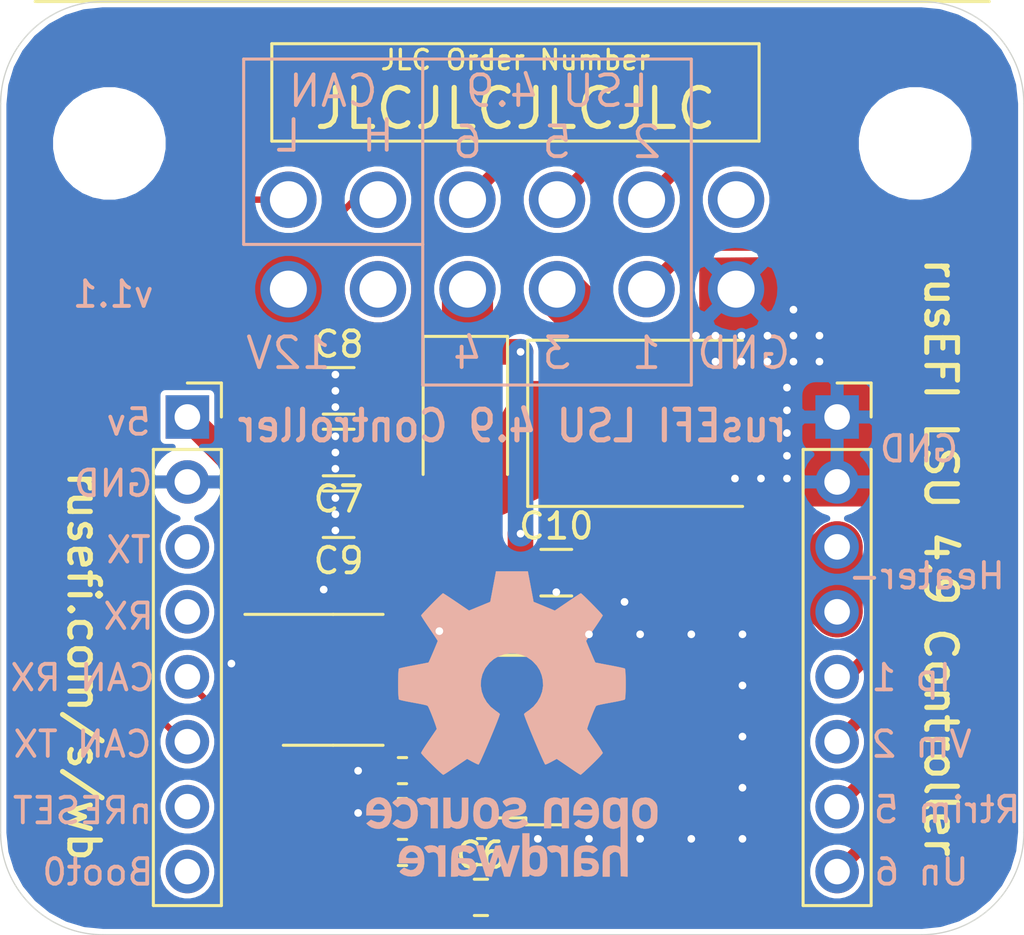
<source format=kicad_pcb>
(kicad_pcb (version 20171130) (host pcbnew "(5.1.5-0-10_14)")

  (general
    (thickness 1.6)
    (drawings 46)
    (tracks 175)
    (zones 0)
    (modules 21)
    (nets 15)
  )

  (page A4)
  (layers
    (0 F.Cu signal)
    (31 B.Cu signal)
    (32 B.Adhes user hide)
    (33 F.Adhes user hide)
    (34 B.Paste user hide)
    (35 F.Paste user hide)
    (36 B.SilkS user hide)
    (37 F.SilkS user hide)
    (38 B.Mask user hide)
    (39 F.Mask user hide)
    (40 Dwgs.User user hide)
    (41 Cmts.User user hide)
    (42 Eco1.User user hide)
    (43 Eco2.User user hide)
    (44 Edge.Cuts user)
    (45 Margin user hide)
    (46 B.CrtYd user hide)
    (47 F.CrtYd user)
    (48 B.Fab user hide)
    (49 F.Fab user hide)
  )

  (setup
    (last_trace_width 0.25)
    (user_trace_width 0.25)
    (user_trace_width 0.5)
    (user_trace_width 0.75)
    (user_trace_width 1)
    (user_trace_width 1.5)
    (user_trace_width 2)
    (user_trace_width 2.5)
    (trace_clearance 0.2)
    (zone_clearance 0.2)
    (zone_45_only no)
    (trace_min 0.2)
    (via_size 0.6)
    (via_drill 0.3)
    (via_min_size 0.45)
    (via_min_drill 0.2)
    (user_via 0.6 0.3)
    (uvia_size 0.6)
    (uvia_drill 0.3)
    (uvias_allowed no)
    (uvia_min_size 0.45)
    (uvia_min_drill 0.2)
    (edge_width 0.05)
    (segment_width 0.2)
    (pcb_text_width 0.3)
    (pcb_text_size 1.5 1.5)
    (mod_edge_width 0.12)
    (mod_text_size 1 1)
    (mod_text_width 0.15)
    (pad_size 0.975 1.4)
    (pad_drill 0)
    (pad_to_mask_clearance 0.051)
    (solder_mask_min_width 0.25)
    (aux_axis_origin 0 0)
    (visible_elements FFFFFF7F)
    (pcbplotparams
      (layerselection 0x010fc_ffffffff)
      (usegerberextensions false)
      (usegerberattributes false)
      (usegerberadvancedattributes false)
      (creategerberjobfile false)
      (excludeedgelayer true)
      (linewidth 0.100000)
      (plotframeref false)
      (viasonmask false)
      (mode 1)
      (useauxorigin false)
      (hpglpennumber 1)
      (hpglpenspeed 20)
      (hpglpendiameter 15.000000)
      (psnegative false)
      (psa4output false)
      (plotreference true)
      (plotvalue true)
      (plotinvisibletext false)
      (padsonsilk false)
      (subtractmaskfromsilk false)
      (outputformat 1)
      (mirror false)
      (drillshape 0)
      (scaleselection 1)
      (outputdirectory "export/"))
  )

  (net 0 "")
  (net 1 GND)
  (net 2 +5V)
  (net 3 "Net-(C3-Pad1)")
  (net 4 12V_RAW)
  (net 5 /CAN_H)
  (net 6 /CAN_L)
  (net 7 /CAN_RX)
  (net 8 /CAN_TX)
  (net 9 /LSU_Heater+)
  (net 10 /LSU_Un)
  (net 11 /LSU_Rtrim)
  (net 12 /LSU_Vm)
  (net 13 /LSU_Ip)
  (net 14 /LSU_Heater-)

  (net_class Default "This is the default net class."
    (clearance 0.2)
    (trace_width 0.25)
    (via_dia 0.6)
    (via_drill 0.3)
    (uvia_dia 0.6)
    (uvia_drill 0.3)
    (add_net +5V)
    (add_net /CAN_H)
    (add_net /CAN_L)
    (add_net /CAN_RX)
    (add_net /CAN_TX)
    (add_net /LSU_Heater+)
    (add_net /LSU_Heater-)
    (add_net /LSU_Ip)
    (add_net /LSU_Rtrim)
    (add_net /LSU_Un)
    (add_net /LSU_Vm)
    (add_net 12V_RAW)
    (add_net GND)
    (add_net "Net-(C3-Pad1)")
  )

  (module Diode_SMD:D_SMA (layer F.Cu) (tedit 586432E5) (tstamp 5FC36E9C)
    (at 58.166 71.247 270)
    (descr "Diode SMA (DO-214AC)")
    (tags "Diode SMA (DO-214AC)")
    (path /5FB62745)
    (attr smd)
    (fp_text reference D2 (at 0 -2.5 90) (layer F.SilkS) hide
      (effects (font (size 1 1) (thickness 0.15)))
    )
    (fp_text value D_Schottky (at 0 2.6 90) (layer F.Fab)
      (effects (font (size 1 1) (thickness 0.15)))
    )
    (fp_line (start -3.4 -1.65) (end 2 -1.65) (layer F.SilkS) (width 0.12))
    (fp_line (start -3.4 1.65) (end 2 1.65) (layer F.SilkS) (width 0.12))
    (fp_line (start -0.64944 0.00102) (end 0.50118 -0.79908) (layer F.Fab) (width 0.1))
    (fp_line (start -0.64944 0.00102) (end 0.50118 0.75032) (layer F.Fab) (width 0.1))
    (fp_line (start 0.50118 0.75032) (end 0.50118 -0.79908) (layer F.Fab) (width 0.1))
    (fp_line (start -0.64944 -0.79908) (end -0.64944 0.80112) (layer F.Fab) (width 0.1))
    (fp_line (start 0.50118 0.00102) (end 1.4994 0.00102) (layer F.Fab) (width 0.1))
    (fp_line (start -0.64944 0.00102) (end -1.55114 0.00102) (layer F.Fab) (width 0.1))
    (fp_line (start -3.5 1.75) (end -3.5 -1.75) (layer F.CrtYd) (width 0.05))
    (fp_line (start 3.5 1.75) (end -3.5 1.75) (layer F.CrtYd) (width 0.05))
    (fp_line (start 3.5 -1.75) (end 3.5 1.75) (layer F.CrtYd) (width 0.05))
    (fp_line (start -3.5 -1.75) (end 3.5 -1.75) (layer F.CrtYd) (width 0.05))
    (fp_line (start 2.3 -1.5) (end -2.3 -1.5) (layer F.Fab) (width 0.1))
    (fp_line (start 2.3 -1.5) (end 2.3 1.5) (layer F.Fab) (width 0.1))
    (fp_line (start -2.3 1.5) (end -2.3 -1.5) (layer F.Fab) (width 0.1))
    (fp_line (start 2.3 1.5) (end -2.3 1.5) (layer F.Fab) (width 0.1))
    (fp_line (start -3.4 -1.65) (end -3.4 1.65) (layer F.SilkS) (width 0.12))
    (fp_text user %R (at 0 -2.5 90) (layer F.Fab) hide
      (effects (font (size 1 1) (thickness 0.15)))
    )
    (pad 2 smd rect (at 2 0 270) (size 2.5 1.8) (layers F.Cu F.Paste F.Mask)
      (net 4 12V_RAW))
    (pad 1 smd rect (at -2 0 270) (size 2.5 1.8) (layers F.Cu F.Paste F.Mask)
      (net 9 /LSU_Heater+))
    (model ${KISYS3DMOD}/Diode_SMD.3dshapes/D_SMA.wrl
      (at (xyz 0 0 0))
      (scale (xyz 1 1 1))
      (rotate (xyz 0 0 0))
    )
  )

  (module Capacitor_SMD:C_1206_3216Metric (layer F.Cu) (tedit 5B301BBE) (tstamp 5FED39DB)
    (at 61.722 77.089)
    (descr "Capacitor SMD 1206 (3216 Metric), square (rectangular) end terminal, IPC_7351 nominal, (Body size source: http://www.tortai-tech.com/upload/download/2011102023233369053.pdf), generated with kicad-footprint-generator")
    (tags capacitor)
    (path /6013DA65)
    (attr smd)
    (fp_text reference C10 (at 0 -1.82) (layer F.SilkS)
      (effects (font (size 1 1) (thickness 0.15)))
    )
    (fp_text value 10u (at 0 1.82) (layer F.Fab)
      (effects (font (size 1 1) (thickness 0.15)))
    )
    (fp_text user %R (at 0 0) (layer F.Fab)
      (effects (font (size 0.8 0.8) (thickness 0.12)))
    )
    (fp_line (start 2.28 1.12) (end -2.28 1.12) (layer F.CrtYd) (width 0.05))
    (fp_line (start 2.28 -1.12) (end 2.28 1.12) (layer F.CrtYd) (width 0.05))
    (fp_line (start -2.28 -1.12) (end 2.28 -1.12) (layer F.CrtYd) (width 0.05))
    (fp_line (start -2.28 1.12) (end -2.28 -1.12) (layer F.CrtYd) (width 0.05))
    (fp_line (start -0.602064 0.91) (end 0.602064 0.91) (layer F.SilkS) (width 0.12))
    (fp_line (start -0.602064 -0.91) (end 0.602064 -0.91) (layer F.SilkS) (width 0.12))
    (fp_line (start 1.6 0.8) (end -1.6 0.8) (layer F.Fab) (width 0.1))
    (fp_line (start 1.6 -0.8) (end 1.6 0.8) (layer F.Fab) (width 0.1))
    (fp_line (start -1.6 -0.8) (end 1.6 -0.8) (layer F.Fab) (width 0.1))
    (fp_line (start -1.6 0.8) (end -1.6 -0.8) (layer F.Fab) (width 0.1))
    (pad 2 smd roundrect (at 1.4 0) (size 1.25 1.75) (layers F.Cu F.Paste F.Mask) (roundrect_rratio 0.2)
      (net 1 GND))
    (pad 1 smd roundrect (at -1.4 0) (size 1.25 1.75) (layers F.Cu F.Paste F.Mask) (roundrect_rratio 0.2)
      (net 9 /LSU_Heater+))
    (model ${KISYS3DMOD}/Capacitor_SMD.3dshapes/C_1206_3216Metric.wrl
      (at (xyz 0 0 0))
      (scale (xyz 1 1 1))
      (rotate (xyz 0 0 0))
    )
  )

  (module Capacitor_SMD:C_1206_3216Metric (layer F.Cu) (tedit 5B301BBE) (tstamp 5FED2725)
    (at 53.213 74.803 180)
    (descr "Capacitor SMD 1206 (3216 Metric), square (rectangular) end terminal, IPC_7351 nominal, (Body size source: http://www.tortai-tech.com/upload/download/2011102023233369053.pdf), generated with kicad-footprint-generator")
    (tags capacitor)
    (path /6011FBBD)
    (attr smd)
    (fp_text reference C9 (at 0 -1.82) (layer F.SilkS)
      (effects (font (size 1 1) (thickness 0.15)))
    )
    (fp_text value 10u (at 0 1.82) (layer F.Fab)
      (effects (font (size 1 1) (thickness 0.15)))
    )
    (fp_text user %R (at 0 0) (layer F.Fab)
      (effects (font (size 0.8 0.8) (thickness 0.12)))
    )
    (fp_line (start 2.28 1.12) (end -2.28 1.12) (layer F.CrtYd) (width 0.05))
    (fp_line (start 2.28 -1.12) (end 2.28 1.12) (layer F.CrtYd) (width 0.05))
    (fp_line (start -2.28 -1.12) (end 2.28 -1.12) (layer F.CrtYd) (width 0.05))
    (fp_line (start -2.28 1.12) (end -2.28 -1.12) (layer F.CrtYd) (width 0.05))
    (fp_line (start -0.602064 0.91) (end 0.602064 0.91) (layer F.SilkS) (width 0.12))
    (fp_line (start -0.602064 -0.91) (end 0.602064 -0.91) (layer F.SilkS) (width 0.12))
    (fp_line (start 1.6 0.8) (end -1.6 0.8) (layer F.Fab) (width 0.1))
    (fp_line (start 1.6 -0.8) (end 1.6 0.8) (layer F.Fab) (width 0.1))
    (fp_line (start -1.6 -0.8) (end 1.6 -0.8) (layer F.Fab) (width 0.1))
    (fp_line (start -1.6 0.8) (end -1.6 -0.8) (layer F.Fab) (width 0.1))
    (pad 2 smd roundrect (at 1.4 0 180) (size 1.25 1.75) (layers F.Cu F.Paste F.Mask) (roundrect_rratio 0.2)
      (net 1 GND))
    (pad 1 smd roundrect (at -1.4 0 180) (size 1.25 1.75) (layers F.Cu F.Paste F.Mask) (roundrect_rratio 0.2)
      (net 4 12V_RAW))
    (model ${KISYS3DMOD}/Capacitor_SMD.3dshapes/C_1206_3216Metric.wrl
      (at (xyz 0 0 0))
      (scale (xyz 1 1 1))
      (rotate (xyz 0 0 0))
    )
  )

  (module Capacitor_SMD:C_1206_3216Metric (layer F.Cu) (tedit 5B301BBE) (tstamp 5FED2714)
    (at 53.213 69.977)
    (descr "Capacitor SMD 1206 (3216 Metric), square (rectangular) end terminal, IPC_7351 nominal, (Body size source: http://www.tortai-tech.com/upload/download/2011102023233369053.pdf), generated with kicad-footprint-generator")
    (tags capacitor)
    (path /6012041C)
    (attr smd)
    (fp_text reference C8 (at 0 -1.82) (layer F.SilkS)
      (effects (font (size 1 1) (thickness 0.15)))
    )
    (fp_text value 10u (at 0 1.82) (layer F.Fab)
      (effects (font (size 1 1) (thickness 0.15)))
    )
    (fp_text user %R (at 0 0) (layer F.Fab)
      (effects (font (size 0.8 0.8) (thickness 0.12)))
    )
    (fp_line (start 2.28 1.12) (end -2.28 1.12) (layer F.CrtYd) (width 0.05))
    (fp_line (start 2.28 -1.12) (end 2.28 1.12) (layer F.CrtYd) (width 0.05))
    (fp_line (start -2.28 -1.12) (end 2.28 -1.12) (layer F.CrtYd) (width 0.05))
    (fp_line (start -2.28 1.12) (end -2.28 -1.12) (layer F.CrtYd) (width 0.05))
    (fp_line (start -0.602064 0.91) (end 0.602064 0.91) (layer F.SilkS) (width 0.12))
    (fp_line (start -0.602064 -0.91) (end 0.602064 -0.91) (layer F.SilkS) (width 0.12))
    (fp_line (start 1.6 0.8) (end -1.6 0.8) (layer F.Fab) (width 0.1))
    (fp_line (start 1.6 -0.8) (end 1.6 0.8) (layer F.Fab) (width 0.1))
    (fp_line (start -1.6 -0.8) (end 1.6 -0.8) (layer F.Fab) (width 0.1))
    (fp_line (start -1.6 0.8) (end -1.6 -0.8) (layer F.Fab) (width 0.1))
    (pad 2 smd roundrect (at 1.4 0) (size 1.25 1.75) (layers F.Cu F.Paste F.Mask) (roundrect_rratio 0.2)
      (net 4 12V_RAW))
    (pad 1 smd roundrect (at -1.4 0) (size 1.25 1.75) (layers F.Cu F.Paste F.Mask) (roundrect_rratio 0.2)
      (net 1 GND))
    (model ${KISYS3DMOD}/Capacitor_SMD.3dshapes/C_1206_3216Metric.wrl
      (at (xyz 0 0 0))
      (scale (xyz 1 1 1))
      (rotate (xyz 0 0 0))
    )
  )

  (module Capacitor_SMD:C_1206_3216Metric (layer F.Cu) (tedit 5B301BBE) (tstamp 5FED2703)
    (at 53.213 72.39 180)
    (descr "Capacitor SMD 1206 (3216 Metric), square (rectangular) end terminal, IPC_7351 nominal, (Body size source: http://www.tortai-tech.com/upload/download/2011102023233369053.pdf), generated with kicad-footprint-generator")
    (tags capacitor)
    (path /6011E2FA)
    (attr smd)
    (fp_text reference C7 (at 0 -1.82) (layer F.SilkS)
      (effects (font (size 1 1) (thickness 0.15)))
    )
    (fp_text value 10u (at 0 1.82) (layer F.Fab)
      (effects (font (size 1 1) (thickness 0.15)))
    )
    (fp_text user %R (at 0 0) (layer F.Fab)
      (effects (font (size 0.8 0.8) (thickness 0.12)))
    )
    (fp_line (start 2.28 1.12) (end -2.28 1.12) (layer F.CrtYd) (width 0.05))
    (fp_line (start 2.28 -1.12) (end 2.28 1.12) (layer F.CrtYd) (width 0.05))
    (fp_line (start -2.28 -1.12) (end 2.28 -1.12) (layer F.CrtYd) (width 0.05))
    (fp_line (start -2.28 1.12) (end -2.28 -1.12) (layer F.CrtYd) (width 0.05))
    (fp_line (start -0.602064 0.91) (end 0.602064 0.91) (layer F.SilkS) (width 0.12))
    (fp_line (start -0.602064 -0.91) (end 0.602064 -0.91) (layer F.SilkS) (width 0.12))
    (fp_line (start 1.6 0.8) (end -1.6 0.8) (layer F.Fab) (width 0.1))
    (fp_line (start 1.6 -0.8) (end 1.6 0.8) (layer F.Fab) (width 0.1))
    (fp_line (start -1.6 -0.8) (end 1.6 -0.8) (layer F.Fab) (width 0.1))
    (fp_line (start -1.6 0.8) (end -1.6 -0.8) (layer F.Fab) (width 0.1))
    (pad 2 smd roundrect (at 1.4 0 180) (size 1.25 1.75) (layers F.Cu F.Paste F.Mask) (roundrect_rratio 0.2)
      (net 1 GND))
    (pad 1 smd roundrect (at -1.4 0 180) (size 1.25 1.75) (layers F.Cu F.Paste F.Mask) (roundrect_rratio 0.2)
      (net 4 12V_RAW))
    (model ${KISYS3DMOD}/Capacitor_SMD.3dshapes/C_1206_3216Metric.wrl
      (at (xyz 0 0 0))
      (scale (xyz 1 1 1))
      (rotate (xyz 0 0 0))
    )
  )

  (module Capacitor_SMD:C_0805_2012Metric (layer F.Cu) (tedit 5B36C52B) (tstamp 5FED21CA)
    (at 58.7756 89.789)
    (descr "Capacitor SMD 0805 (2012 Metric), square (rectangular) end terminal, IPC_7351 nominal, (Body size source: https://docs.google.com/spreadsheets/d/1BsfQQcO9C6DZCsRaXUlFlo91Tg2WpOkGARC1WS5S8t0/edit?usp=sharing), generated with kicad-footprint-generator")
    (tags capacitor)
    (path /601110B8)
    (attr smd)
    (fp_text reference C6 (at 0 -1.65) (layer F.SilkS)
      (effects (font (size 1 1) (thickness 0.15)))
    )
    (fp_text value 22u (at 0 1.65) (layer F.Fab)
      (effects (font (size 1 1) (thickness 0.15)))
    )
    (fp_text user %R (at 0 0) (layer F.Fab)
      (effects (font (size 0.5 0.5) (thickness 0.08)))
    )
    (fp_line (start 1.68 0.95) (end -1.68 0.95) (layer F.CrtYd) (width 0.05))
    (fp_line (start 1.68 -0.95) (end 1.68 0.95) (layer F.CrtYd) (width 0.05))
    (fp_line (start -1.68 -0.95) (end 1.68 -0.95) (layer F.CrtYd) (width 0.05))
    (fp_line (start -1.68 0.95) (end -1.68 -0.95) (layer F.CrtYd) (width 0.05))
    (fp_line (start -0.258578 0.71) (end 0.258578 0.71) (layer F.SilkS) (width 0.12))
    (fp_line (start -0.258578 -0.71) (end 0.258578 -0.71) (layer F.SilkS) (width 0.12))
    (fp_line (start 1 0.6) (end -1 0.6) (layer F.Fab) (width 0.1))
    (fp_line (start 1 -0.6) (end 1 0.6) (layer F.Fab) (width 0.1))
    (fp_line (start -1 -0.6) (end 1 -0.6) (layer F.Fab) (width 0.1))
    (fp_line (start -1 0.6) (end -1 -0.6) (layer F.Fab) (width 0.1))
    (pad 2 smd roundrect (at 0.9375 0) (size 0.975 1.4) (layers F.Cu F.Paste F.Mask) (roundrect_rratio 0.25)
      (net 1 GND))
    (pad 1 smd roundrect (at -0.9375 0) (size 0.975 1.4) (layers F.Cu F.Paste F.Mask) (roundrect_rratio 0.25)
      (net 2 +5V))
    (model ${KISYS3DMOD}/Capacitor_SMD.3dshapes/C_0805_2012Metric.wrl
      (at (xyz 0 0 0))
      (scale (xyz 1 1 1))
      (rotate (xyz 0 0 0))
    )
  )

  (module Capacitor_SMD:C_0402_1005Metric (layer F.Cu) (tedit 5B301BBE) (tstamp 5FC69E5F)
    (at 53.7718 77.978 180)
    (descr "Capacitor SMD 0402 (1005 Metric), square (rectangular) end terminal, IPC_7351 nominal, (Body size source: http://www.tortai-tech.com/upload/download/2011102023233369053.pdf), generated with kicad-footprint-generator")
    (tags capacitor)
    (path /5FC7558C)
    (attr smd)
    (fp_text reference C5 (at 0 -1.17) (layer F.SilkS) hide
      (effects (font (size 1 1) (thickness 0.15)))
    )
    (fp_text value 47p (at 0 1.17) (layer F.Fab)
      (effects (font (size 1 1) (thickness 0.15)))
    )
    (fp_text user %R (at 0 0) (layer F.Fab) hide
      (effects (font (size 0.25 0.25) (thickness 0.04)))
    )
    (fp_line (start 0.93 0.47) (end -0.93 0.47) (layer F.CrtYd) (width 0.05))
    (fp_line (start 0.93 -0.47) (end 0.93 0.47) (layer F.CrtYd) (width 0.05))
    (fp_line (start -0.93 -0.47) (end 0.93 -0.47) (layer F.CrtYd) (width 0.05))
    (fp_line (start -0.93 0.47) (end -0.93 -0.47) (layer F.CrtYd) (width 0.05))
    (fp_line (start 0.5 0.25) (end -0.5 0.25) (layer F.Fab) (width 0.1))
    (fp_line (start 0.5 -0.25) (end 0.5 0.25) (layer F.Fab) (width 0.1))
    (fp_line (start -0.5 -0.25) (end 0.5 -0.25) (layer F.Fab) (width 0.1))
    (fp_line (start -0.5 0.25) (end -0.5 -0.25) (layer F.Fab) (width 0.1))
    (pad 2 smd roundrect (at 0.485 0 180) (size 0.59 0.64) (layers F.Cu F.Paste F.Mask) (roundrect_rratio 0.25)
      (net 1 GND))
    (pad 1 smd roundrect (at -0.485 0 180) (size 0.59 0.64) (layers F.Cu F.Paste F.Mask) (roundrect_rratio 0.25)
      (net 6 /CAN_L))
    (model ${KISYS3DMOD}/Capacitor_SMD.3dshapes/C_0402_1005Metric.wrl
      (at (xyz 0 0 0))
      (scale (xyz 1 1 1))
      (rotate (xyz 0 0 0))
    )
  )

  (module Capacitor_SMD:C_0402_1005Metric (layer F.Cu) (tedit 5B301BBE) (tstamp 5FC69E50)
    (at 55.753 77.978 180)
    (descr "Capacitor SMD 0402 (1005 Metric), square (rectangular) end terminal, IPC_7351 nominal, (Body size source: http://www.tortai-tech.com/upload/download/2011102023233369053.pdf), generated with kicad-footprint-generator")
    (tags capacitor)
    (path /5FC74FFA)
    (attr smd)
    (fp_text reference C4 (at 0 -1.17) (layer F.SilkS) hide
      (effects (font (size 1 1) (thickness 0.15)))
    )
    (fp_text value 47p (at 0 1.17) (layer F.Fab)
      (effects (font (size 1 1) (thickness 0.15)))
    )
    (fp_text user %R (at 0 0) (layer F.Fab) hide
      (effects (font (size 0.25 0.25) (thickness 0.04)))
    )
    (fp_line (start 0.93 0.47) (end -0.93 0.47) (layer F.CrtYd) (width 0.05))
    (fp_line (start 0.93 -0.47) (end 0.93 0.47) (layer F.CrtYd) (width 0.05))
    (fp_line (start -0.93 -0.47) (end 0.93 -0.47) (layer F.CrtYd) (width 0.05))
    (fp_line (start -0.93 0.47) (end -0.93 -0.47) (layer F.CrtYd) (width 0.05))
    (fp_line (start 0.5 0.25) (end -0.5 0.25) (layer F.Fab) (width 0.1))
    (fp_line (start 0.5 -0.25) (end 0.5 0.25) (layer F.Fab) (width 0.1))
    (fp_line (start -0.5 -0.25) (end 0.5 -0.25) (layer F.Fab) (width 0.1))
    (fp_line (start -0.5 0.25) (end -0.5 -0.25) (layer F.Fab) (width 0.1))
    (pad 2 smd roundrect (at 0.485 0 180) (size 0.59 0.64) (layers F.Cu F.Paste F.Mask) (roundrect_rratio 0.25)
      (net 5 /CAN_H))
    (pad 1 smd roundrect (at -0.485 0 180) (size 0.59 0.64) (layers F.Cu F.Paste F.Mask) (roundrect_rratio 0.25)
      (net 1 GND))
    (model ${KISYS3DMOD}/Capacitor_SMD.3dshapes/C_0402_1005Metric.wrl
      (at (xyz 0 0 0))
      (scale (xyz 1 1 1))
      (rotate (xyz 0 0 0))
    )
  )

  (module rusefi:JLC_PCB_TAG (layer F.Cu) (tedit 5E6E29AB) (tstamp 5FC69575)
    (at 50.6 56.4)
    (fp_text reference JLCTAG** (at 0 0.5) (layer F.SilkS) hide
      (effects (font (size 1 1) (thickness 0.15)))
    )
    (fp_text value JLC_PCB_TAG (at 0 -0.5) (layer F.Fab)
      (effects (font (size 1 1) (thickness 0.15)))
    )
    (fp_line (start 0 0) (end 19.05 0) (layer F.SilkS) (width 0.12))
    (fp_line (start 19.05 0) (end 19.05 3.81) (layer F.SilkS) (width 0.12))
    (fp_line (start 19.05 3.81) (end 0 3.81) (layer F.SilkS) (width 0.12))
    (fp_line (start 0 3.81) (end 0 0) (layer F.SilkS) (width 0.12))
    (fp_text user "JLC Order Number" (at 9.525 0.635) (layer F.SilkS)
      (effects (font (size 0.762 0.762) (thickness 0.127)))
    )
    (fp_text user JLCJLCJLCJLC (at 9.525 2.54) (layer F.SilkS)
      (effects (font (size 1.524 1.524) (thickness 0.2032)))
    )
  )

  (module Symbol:OSHW-Logo_11.4x12mm_SilkScreen (layer B.Cu) (tedit 0) (tstamp 5FC692B8)
    (at 60 83 180)
    (descr "Open Source Hardware Logo")
    (tags "Logo OSHW")
    (attr virtual)
    (fp_text reference REF** (at 0 0) (layer B.SilkS) hide
      (effects (font (size 1 1) (thickness 0.15)) (justify mirror))
    )
    (fp_text value OSHW-Logo_11.4x12mm_SilkScreen (at 0.75 0) (layer B.Fab) hide
      (effects (font (size 1 1) (thickness 0.15)) (justify mirror))
    )
    (fp_poly (pts (xy 0.746535 5.366828) (xy 0.859117 4.769637) (xy 1.274531 4.59839) (xy 1.689944 4.427143)
      (xy 2.188302 4.766022) (xy 2.327868 4.860378) (xy 2.454028 4.944625) (xy 2.560895 5.014917)
      (xy 2.642582 5.067408) (xy 2.693201 5.098251) (xy 2.706986 5.104902) (xy 2.73182 5.087797)
      (xy 2.784888 5.040511) (xy 2.86024 4.969083) (xy 2.951929 4.879555) (xy 3.054007 4.777966)
      (xy 3.160526 4.670357) (xy 3.265536 4.562768) (xy 3.363091 4.46124) (xy 3.447242 4.371814)
      (xy 3.51204 4.300529) (xy 3.551538 4.253427) (xy 3.56098 4.237663) (xy 3.547391 4.208602)
      (xy 3.509293 4.144934) (xy 3.450694 4.052888) (xy 3.375597 3.938691) (xy 3.288009 3.808571)
      (xy 3.237254 3.734354) (xy 3.144745 3.598833) (xy 3.06254 3.476539) (xy 2.99463 3.37356)
      (xy 2.945 3.295982) (xy 2.91764 3.249894) (xy 2.913529 3.240208) (xy 2.922849 3.212681)
      (xy 2.948254 3.148527) (xy 2.985911 3.056765) (xy 3.031986 2.946416) (xy 3.082646 2.8265)
      (xy 3.134059 2.706036) (xy 3.182389 2.594046) (xy 3.223806 2.499548) (xy 3.254474 2.431563)
      (xy 3.270562 2.399112) (xy 3.271511 2.397835) (xy 3.296772 2.391638) (xy 3.364046 2.377815)
      (xy 3.46636 2.357723) (xy 3.596741 2.332721) (xy 3.748216 2.304169) (xy 3.836594 2.287704)
      (xy 3.998452 2.256886) (xy 4.144649 2.227561) (xy 4.267787 2.201334) (xy 4.360469 2.179809)
      (xy 4.415301 2.16459) (xy 4.426323 2.159762) (xy 4.437119 2.127081) (xy 4.445829 2.05327)
      (xy 4.45246 1.946963) (xy 4.457018 1.816788) (xy 4.459509 1.671379) (xy 4.459938 1.519365)
      (xy 4.458311 1.369378) (xy 4.454635 1.230049) (xy 4.448915 1.11001) (xy 4.441158 1.01789)
      (xy 4.431368 0.962323) (xy 4.425496 0.950755) (xy 4.390399 0.93689) (xy 4.316028 0.917067)
      (xy 4.212223 0.893616) (xy 4.088819 0.868864) (xy 4.045741 0.860857) (xy 3.838047 0.822814)
      (xy 3.673984 0.792176) (xy 3.54813 0.767726) (xy 3.455065 0.748246) (xy 3.389367 0.732519)
      (xy 3.345617 0.719327) (xy 3.318392 0.707451) (xy 3.302272 0.695675) (xy 3.300017 0.693347)
      (xy 3.277503 0.655855) (xy 3.243158 0.58289) (xy 3.200411 0.483388) (xy 3.152692 0.366282)
      (xy 3.10343 0.240507) (xy 3.056055 0.114998) (xy 3.013995 -0.00131) (xy 2.98068 -0.099484)
      (xy 2.959541 -0.170588) (xy 2.954005 -0.205687) (xy 2.954466 -0.206917) (xy 2.973223 -0.235606)
      (xy 3.015776 -0.29873) (xy 3.077653 -0.389718) (xy 3.154382 -0.502) (xy 3.241491 -0.629005)
      (xy 3.266299 -0.665098) (xy 3.354753 -0.795948) (xy 3.432588 -0.915336) (xy 3.495566 -1.016407)
      (xy 3.539445 -1.092304) (xy 3.559985 -1.136172) (xy 3.56098 -1.141562) (xy 3.543722 -1.169889)
      (xy 3.496036 -1.226006) (xy 3.42405 -1.303882) (xy 3.333897 -1.397485) (xy 3.231705 -1.500786)
      (xy 3.123606 -1.607751) (xy 3.015728 -1.712351) (xy 2.914204 -1.808554) (xy 2.825162 -1.890329)
      (xy 2.754733 -1.951645) (xy 2.709047 -1.986471) (xy 2.696409 -1.992157) (xy 2.666991 -1.978765)
      (xy 2.606761 -1.942644) (xy 2.52553 -1.889881) (xy 2.46303 -1.847412) (xy 2.349785 -1.769485)
      (xy 2.215674 -1.677729) (xy 2.081155 -1.58612) (xy 2.008833 -1.537091) (xy 1.764038 -1.371515)
      (xy 1.558551 -1.48262) (xy 1.464936 -1.531293) (xy 1.38533 -1.569126) (xy 1.331467 -1.590703)
      (xy 1.317757 -1.593706) (xy 1.30127 -1.571538) (xy 1.268745 -1.508894) (xy 1.222609 -1.411554)
      (xy 1.16529 -1.285294) (xy 1.099216 -1.135895) (xy 1.026815 -0.969133) (xy 0.950516 -0.790787)
      (xy 0.872746 -0.606636) (xy 0.795934 -0.422457) (xy 0.722506 -0.24403) (xy 0.654892 -0.077132)
      (xy 0.59552 0.072458) (xy 0.546816 0.198962) (xy 0.51121 0.296601) (xy 0.49113 0.359598)
      (xy 0.4879 0.381234) (xy 0.513496 0.408831) (xy 0.569539 0.45363) (xy 0.644311 0.506321)
      (xy 0.650587 0.51049) (xy 0.843845 0.665186) (xy 0.999674 0.845664) (xy 1.116724 1.046153)
      (xy 1.193645 1.260881) (xy 1.229086 1.484078) (xy 1.221697 1.709974) (xy 1.170127 1.932796)
      (xy 1.073026 2.146776) (xy 1.044458 2.193591) (xy 0.895868 2.382637) (xy 0.720327 2.534443)
      (xy 0.52391 2.648221) (xy 0.312693 2.72318) (xy 0.092753 2.758533) (xy -0.129837 2.753488)
      (xy -0.348999 2.707256) (xy -0.558658 2.619049) (xy -0.752739 2.488076) (xy -0.812774 2.434918)
      (xy -0.965565 2.268516) (xy -1.076903 2.093343) (xy -1.153277 1.896989) (xy -1.195813 1.702538)
      (xy -1.206314 1.483913) (xy -1.171299 1.264203) (xy -1.094327 1.050835) (xy -0.978953 0.851233)
      (xy -0.828734 0.672826) (xy -0.647227 0.523038) (xy -0.623373 0.507249) (xy -0.547799 0.455543)
      (xy -0.490349 0.410743) (xy -0.462883 0.382138) (xy -0.462483 0.381234) (xy -0.46838 0.350291)
      (xy -0.491755 0.280064) (xy -0.530179 0.17633) (xy -0.581223 0.044865) (xy -0.642458 -0.108552)
      (xy -0.711456 -0.278146) (xy -0.785786 -0.458138) (xy -0.863022 -0.642753) (xy -0.940732 -0.826213)
      (xy -1.016489 -1.002741) (xy -1.087863 -1.166559) (xy -1.152426 -1.311892) (xy -1.207748 -1.432962)
      (xy -1.2514 -1.523992) (xy -1.280954 -1.579205) (xy -1.292856 -1.593706) (xy -1.329223 -1.582414)
      (xy -1.39727 -1.55213) (xy -1.485263 -1.508265) (xy -1.533649 -1.48262) (xy -1.739137 -1.371515)
      (xy -1.983932 -1.537091) (xy -2.108894 -1.621915) (xy -2.245705 -1.715261) (xy -2.373911 -1.803153)
      (xy -2.438129 -1.847412) (xy -2.528449 -1.908063) (xy -2.604929 -1.956126) (xy -2.657593 -1.985515)
      (xy -2.674698 -1.991727) (xy -2.699595 -1.974968) (xy -2.754695 -1.928181) (xy -2.834657 -1.856225)
      (xy -2.934139 -1.763957) (xy -3.0478 -1.656235) (xy -3.119685 -1.587071) (xy -3.245449 -1.463502)
      (xy -3.354137 -1.352979) (xy -3.441355 -1.26023) (xy -3.502711 -1.189982) (xy -3.533809 -1.146965)
      (xy -3.536792 -1.138235) (xy -3.522947 -1.105029) (xy -3.484688 -1.037887) (xy -3.426258 -0.943608)
      (xy -3.351903 -0.82899) (xy -3.265865 -0.700828) (xy -3.241397 -0.665098) (xy -3.152245 -0.535234)
      (xy -3.072262 -0.418314) (xy -3.00592 -0.320907) (xy -2.957689 -0.249584) (xy -2.932043 -0.210915)
      (xy -2.929565 -0.206917) (xy -2.933271 -0.1761) (xy -2.952939 -0.108344) (xy -2.98514 -0.012584)
      (xy -3.026445 0.102246) (xy -3.073425 0.227211) (xy -3.122651 0.353376) (xy -3.170692 0.471807)
      (xy -3.214119 0.57357) (xy -3.249504 0.649729) (xy -3.273416 0.691351) (xy -3.275116 0.693347)
      (xy -3.289738 0.705242) (xy -3.314435 0.717005) (xy -3.354628 0.729854) (xy -3.415737 0.745006)
      (xy -3.503183 0.763679) (xy -3.622388 0.78709) (xy -3.778773 0.816458) (xy -3.977757 0.853)
      (xy -4.02084 0.860857) (xy -4.148529 0.885528) (xy -4.259847 0.909662) (xy -4.344955 0.930931)
      (xy -4.394017 0.947007) (xy -4.400595 0.950755) (xy -4.411436 0.983982) (xy -4.420247 1.058234)
      (xy -4.427024 1.164879) (xy -4.43176 1.295288) (xy -4.43445 1.440828) (xy -4.435087 1.592869)
      (xy -4.433666 1.742779) (xy -4.43018 1.881927) (xy -4.424624 2.001683) (xy -4.416992 2.093414)
      (xy -4.407278 2.148489) (xy -4.401422 2.159762) (xy -4.36882 2.171132) (xy -4.294582 2.189631)
      (xy -4.186104 2.213653) (xy -4.050783 2.241593) (xy -3.896015 2.271847) (xy -3.811692 2.287704)
      (xy -3.651704 2.317611) (xy -3.509033 2.344705) (xy -3.390652 2.367624) (xy -3.303535 2.385012)
      (xy -3.254655 2.395508) (xy -3.24661 2.397835) (xy -3.233013 2.424069) (xy -3.204271 2.48726)
      (xy -3.164215 2.578378) (xy -3.116676 2.688398) (xy -3.065485 2.80829) (xy -3.014474 2.929028)
      (xy -2.967474 3.041584) (xy -2.928316 3.136929) (xy -2.900831 3.206038) (xy -2.888851 3.239881)
      (xy -2.888628 3.24136) (xy -2.902209 3.268058) (xy -2.940285 3.329495) (xy -2.998853 3.419566)
      (xy -3.073912 3.532165) (xy -3.16146 3.661185) (xy -3.212353 3.735294) (xy -3.305091 3.871178)
      (xy -3.387459 3.994546) (xy -3.455439 4.099158) (xy -3.505012 4.178772) (xy -3.532158 4.227148)
      (xy -3.536079 4.237993) (xy -3.519225 4.263235) (xy -3.472632 4.317131) (xy -3.402251 4.393642)
      (xy -3.314035 4.486732) (xy -3.213935 4.59036) (xy -3.107902 4.698491) (xy -3.001889 4.805085)
      (xy -2.901848 4.904105) (xy -2.81373 4.989513) (xy -2.743487 5.05527) (xy -2.697072 5.095339)
      (xy -2.681544 5.104902) (xy -2.656261 5.091455) (xy -2.595789 5.05368) (xy -2.506008 4.99542)
      (xy -2.392797 4.920521) (xy -2.262036 4.83283) (xy -2.1634 4.766022) (xy -1.665043 4.427143)
      (xy -1.249629 4.59839) (xy -0.834216 4.769637) (xy -0.721634 5.366828) (xy -0.609051 5.96402)
      (xy 0.633952 5.96402) (xy 0.746535 5.366828)) (layer B.SilkS) (width 0.01))
    (fp_poly (pts (xy 3.563637 -2.887472) (xy 3.64929 -2.913641) (xy 3.704437 -2.946707) (xy 3.722401 -2.972855)
      (xy 3.717457 -3.003852) (xy 3.685372 -3.052547) (xy 3.658243 -3.087035) (xy 3.602317 -3.149383)
      (xy 3.560299 -3.175615) (xy 3.52448 -3.173903) (xy 3.418224 -3.146863) (xy 3.340189 -3.148091)
      (xy 3.27682 -3.178735) (xy 3.255546 -3.19667) (xy 3.187451 -3.259779) (xy 3.187451 -4.083922)
      (xy 2.913529 -4.083922) (xy 2.913529 -2.888628) (xy 3.05049 -2.888628) (xy 3.132719 -2.891879)
      (xy 3.175144 -2.903426) (xy 3.187445 -2.925952) (xy 3.187451 -2.92662) (xy 3.19326 -2.950215)
      (xy 3.219531 -2.947138) (xy 3.255931 -2.930115) (xy 3.331111 -2.898439) (xy 3.392158 -2.879381)
      (xy 3.470708 -2.874496) (xy 3.563637 -2.887472)) (layer B.SilkS) (width 0.01))
    (fp_poly (pts (xy -1.49324 -2.909199) (xy -1.431264 -2.938802) (xy -1.371241 -2.981561) (xy -1.325514 -3.030775)
      (xy -1.292207 -3.093544) (xy -1.269445 -3.176971) (xy -1.255353 -3.288159) (xy -1.248058 -3.434209)
      (xy -1.245682 -3.622223) (xy -1.245645 -3.641912) (xy -1.245098 -4.083922) (xy -1.51902 -4.083922)
      (xy -1.51902 -3.676435) (xy -1.519215 -3.525471) (xy -1.520564 -3.416056) (xy -1.524212 -3.339933)
      (xy -1.531304 -3.288848) (xy -1.542987 -3.254545) (xy -1.560406 -3.228768) (xy -1.584671 -3.203298)
      (xy -1.669565 -3.148571) (xy -1.762239 -3.138416) (xy -1.850527 -3.173017) (xy -1.88123 -3.19877)
      (xy -1.903771 -3.222982) (xy -1.919954 -3.248912) (xy -1.930832 -3.284708) (xy -1.937458 -3.338519)
      (xy -1.940885 -3.418493) (xy -1.942166 -3.532779) (xy -1.942353 -3.671907) (xy -1.942353 -4.083922)
      (xy -2.216275 -4.083922) (xy -2.216275 -2.888628) (xy -2.079314 -2.888628) (xy -1.997084 -2.891879)
      (xy -1.95466 -2.903426) (xy -1.942359 -2.925952) (xy -1.942353 -2.92662) (xy -1.936646 -2.948681)
      (xy -1.911473 -2.946177) (xy -1.861422 -2.921937) (xy -1.747906 -2.886271) (xy -1.618055 -2.882305)
      (xy -1.49324 -2.909199)) (layer B.SilkS) (width 0.01))
    (fp_poly (pts (xy 5.303287 -2.884355) (xy 5.367051 -2.899845) (xy 5.4893 -2.956569) (xy 5.593834 -3.043202)
      (xy 5.66618 -3.147074) (xy 5.676119 -3.170396) (xy 5.689754 -3.231484) (xy 5.699298 -3.321853)
      (xy 5.702549 -3.41319) (xy 5.702549 -3.585882) (xy 5.34147 -3.585882) (xy 5.192546 -3.586445)
      (xy 5.087632 -3.589864) (xy 5.020937 -3.598731) (xy 4.986666 -3.615641) (xy 4.979028 -3.643189)
      (xy 4.992229 -3.683968) (xy 5.015877 -3.731683) (xy 5.081843 -3.811314) (xy 5.173512 -3.850987)
      (xy 5.285555 -3.849695) (xy 5.412472 -3.806514) (xy 5.522158 -3.753224) (xy 5.613173 -3.825191)
      (xy 5.704188 -3.897157) (xy 5.618563 -3.976269) (xy 5.50425 -4.051017) (xy 5.363666 -4.096084)
      (xy 5.212449 -4.108696) (xy 5.066236 -4.086079) (xy 5.042647 -4.078405) (xy 4.914141 -4.011296)
      (xy 4.818551 -3.911247) (xy 4.753861 -3.775271) (xy 4.718057 -3.60038) (xy 4.71764 -3.596632)
      (xy 4.714434 -3.406032) (xy 4.727393 -3.338035) (xy 4.980392 -3.338035) (xy 5.003627 -3.348491)
      (xy 5.06671 -3.3565) (xy 5.159706 -3.361073) (xy 5.218638 -3.361765) (xy 5.328537 -3.361332)
      (xy 5.397252 -3.358578) (xy 5.433405 -3.351321) (xy 5.445615 -3.337376) (xy 5.442504 -3.314562)
      (xy 5.439894 -3.305735) (xy 5.395344 -3.2228) (xy 5.325279 -3.15596) (xy 5.263446 -3.126589)
      (xy 5.181301 -3.128362) (xy 5.098062 -3.16499) (xy 5.028238 -3.225634) (xy 4.986337 -3.299456)
      (xy 4.980392 -3.338035) (xy 4.727393 -3.338035) (xy 4.746385 -3.238395) (xy 4.809773 -3.097711)
      (xy 4.900878 -2.987974) (xy 5.015978 -2.913174) (xy 5.151355 -2.877304) (xy 5.303287 -2.884355)) (layer B.SilkS) (width 0.01))
    (fp_poly (pts (xy 4.390976 -2.899056) (xy 4.535256 -2.960348) (xy 4.580699 -2.990185) (xy 4.638779 -3.036036)
      (xy 4.675238 -3.072089) (xy 4.681568 -3.083832) (xy 4.663693 -3.109889) (xy 4.61795 -3.154105)
      (xy 4.581328 -3.184965) (xy 4.481088 -3.26552) (xy 4.401935 -3.198918) (xy 4.340769 -3.155921)
      (xy 4.281129 -3.141079) (xy 4.212872 -3.144704) (xy 4.104482 -3.171652) (xy 4.029872 -3.227587)
      (xy 3.98453 -3.318014) (xy 3.963947 -3.448435) (xy 3.963942 -3.448517) (xy 3.965722 -3.59429)
      (xy 3.993387 -3.701245) (xy 4.048571 -3.774064) (xy 4.086192 -3.798723) (xy 4.186105 -3.829431)
      (xy 4.292822 -3.829449) (xy 4.385669 -3.799655) (xy 4.407647 -3.785098) (xy 4.462765 -3.747914)
      (xy 4.505859 -3.74182) (xy 4.552335 -3.769496) (xy 4.603716 -3.819205) (xy 4.685046 -3.903116)
      (xy 4.594749 -3.977546) (xy 4.455236 -4.061549) (xy 4.297912 -4.102947) (xy 4.133503 -4.09995)
      (xy 4.025531 -4.0725) (xy 3.899331 -4.00462) (xy 3.798401 -3.897831) (xy 3.752548 -3.822451)
      (xy 3.71541 -3.714297) (xy 3.696827 -3.577318) (xy 3.696684 -3.428864) (xy 3.714865 -3.286281)
      (xy 3.751255 -3.166918) (xy 3.756987 -3.15468) (xy 3.841865 -3.034655) (xy 3.956782 -2.947267)
      (xy 4.092659 -2.894329) (xy 4.240417 -2.877654) (xy 4.390976 -2.899056)) (layer B.SilkS) (width 0.01))
    (fp_poly (pts (xy 1.967254 -3.276245) (xy 1.969608 -3.458879) (xy 1.978207 -3.5976) (xy 1.99536 -3.698147)
      (xy 2.023374 -3.766254) (xy 2.064557 -3.807659) (xy 2.121217 -3.828097) (xy 2.191372 -3.833318)
      (xy 2.264848 -3.827468) (xy 2.320657 -3.806093) (xy 2.361109 -3.763458) (xy 2.388509 -3.693825)
      (xy 2.405167 -3.59146) (xy 2.413389 -3.450624) (xy 2.41549 -3.276245) (xy 2.41549 -2.888628)
      (xy 2.689411 -2.888628) (xy 2.689411 -4.083922) (xy 2.552451 -4.083922) (xy 2.469884 -4.080576)
      (xy 2.427368 -4.068826) (xy 2.41549 -4.04652) (xy 2.408336 -4.026654) (xy 2.379865 -4.030857)
      (xy 2.322476 -4.058971) (xy 2.190945 -4.102342) (xy 2.051438 -4.09927) (xy 1.917765 -4.052174)
      (xy 1.854108 -4.014971) (xy 1.805553 -3.974691) (xy 1.770081 -3.924291) (xy 1.745674 -3.856729)
      (xy 1.730313 -3.764965) (xy 1.721982 -3.641955) (xy 1.718662 -3.480659) (xy 1.718235 -3.355928)
      (xy 1.718235 -2.888628) (xy 1.967254 -2.888628) (xy 1.967254 -3.276245)) (layer B.SilkS) (width 0.01))
    (fp_poly (pts (xy 1.209547 -2.903364) (xy 1.335502 -2.971959) (xy 1.434047 -3.080245) (xy 1.480478 -3.168315)
      (xy 1.500412 -3.246101) (xy 1.513328 -3.356993) (xy 1.518863 -3.484738) (xy 1.516654 -3.613084)
      (xy 1.506337 -3.725779) (xy 1.494286 -3.785969) (xy 1.453634 -3.868311) (xy 1.38323 -3.95577)
      (xy 1.298382 -4.032251) (xy 1.214397 -4.081655) (xy 1.212349 -4.082439) (xy 1.108134 -4.104027)
      (xy 0.984627 -4.104562) (xy 0.867261 -4.084908) (xy 0.821942 -4.069155) (xy 0.70522 -4.002966)
      (xy 0.621624 -3.916246) (xy 0.566701 -3.801438) (xy 0.535995 -3.650982) (xy 0.529047 -3.572173)
      (xy 0.529933 -3.473145) (xy 0.796862 -3.473145) (xy 0.805854 -3.617645) (xy 0.831736 -3.72776)
      (xy 0.872868 -3.798116) (xy 0.902172 -3.818235) (xy 0.977251 -3.832265) (xy 1.066494 -3.828111)
      (xy 1.14365 -3.807922) (xy 1.163883 -3.796815) (xy 1.217265 -3.732123) (xy 1.2525 -3.633119)
      (xy 1.267498 -3.512632) (xy 1.260172 -3.383494) (xy 1.243799 -3.305775) (xy 1.19679 -3.215771)
      (xy 1.122582 -3.159509) (xy 1.033209 -3.140057) (xy 0.940707 -3.160481) (xy 0.869653 -3.210437)
      (xy 0.832312 -3.251655) (xy 0.810518 -3.292281) (xy 0.80013 -3.347264) (xy 0.797006 -3.431549)
      (xy 0.796862 -3.473145) (xy 0.529933 -3.473145) (xy 0.53093 -3.361874) (xy 0.56518 -3.189423)
      (xy 0.631802 -3.054814) (xy 0.730799 -2.95804) (xy 0.862175 -2.899094) (xy 0.890385 -2.892259)
      (xy 1.059926 -2.876213) (xy 1.209547 -2.903364)) (layer B.SilkS) (width 0.01))
    (fp_poly (pts (xy 0.027759 -2.884345) (xy 0.122059 -2.902229) (xy 0.21989 -2.939633) (xy 0.230343 -2.944402)
      (xy 0.304531 -2.983412) (xy 0.35591 -3.019664) (xy 0.372517 -3.042887) (xy 0.356702 -3.080761)
      (xy 0.318288 -3.136644) (xy 0.301237 -3.157505) (xy 0.230969 -3.239618) (xy 0.140379 -3.186168)
      (xy 0.054164 -3.150561) (xy -0.045451 -3.131529) (xy -0.140981 -3.130326) (xy -0.214939 -3.14821)
      (xy -0.232688 -3.159373) (xy -0.266488 -3.210553) (xy -0.270596 -3.269509) (xy -0.245304 -3.315567)
      (xy -0.230344 -3.324499) (xy -0.185514 -3.335592) (xy -0.106714 -3.34863) (xy -0.009574 -3.361088)
      (xy 0.008346 -3.363042) (xy 0.164365 -3.39003) (xy 0.277523 -3.435873) (xy 0.352569 -3.504803)
      (xy 0.394253 -3.601054) (xy 0.407238 -3.718617) (xy 0.389299 -3.852254) (xy 0.33105 -3.957195)
      (xy 0.232255 -4.03363) (xy 0.092682 -4.081748) (xy -0.062255 -4.100732) (xy -0.188602 -4.100504)
      (xy -0.291087 -4.083262) (xy -0.361079 -4.059457) (xy -0.449517 -4.017978) (xy -0.531246 -3.969842)
      (xy -0.560295 -3.948655) (xy -0.635 -3.887676) (xy -0.544902 -3.796508) (xy -0.454804 -3.705339)
      (xy -0.352368 -3.773128) (xy -0.249626 -3.824042) (xy -0.139913 -3.850673) (xy -0.034449 -3.853483)
      (xy 0.055546 -3.832935) (xy 0.118854 -3.789493) (xy 0.139296 -3.752838) (xy 0.136229 -3.694053)
      (xy 0.085434 -3.649099) (xy -0.012952 -3.618057) (xy -0.120744 -3.60371) (xy -0.286635 -3.576337)
      (xy -0.409876 -3.524693) (xy -0.492114 -3.447266) (xy -0.534999 -3.342544) (xy -0.54094 -3.218387)
      (xy -0.511594 -3.088702) (xy -0.444691 -2.990677) (xy -0.339629 -2.923866) (xy -0.19581 -2.88782)
      (xy -0.089262 -2.880754) (xy 0.027759 -2.884345)) (layer B.SilkS) (width 0.01))
    (fp_poly (pts (xy -2.686796 -2.916354) (xy -2.661981 -2.928037) (xy -2.576094 -2.990951) (xy -2.494879 -3.082769)
      (xy -2.434236 -3.183868) (xy -2.416988 -3.230349) (xy -2.401251 -3.313376) (xy -2.391867 -3.413713)
      (xy -2.390728 -3.455147) (xy -2.390589 -3.585882) (xy -3.143047 -3.585882) (xy -3.127007 -3.654363)
      (xy -3.087637 -3.735355) (xy -3.018806 -3.805351) (xy -2.936919 -3.850441) (xy -2.884737 -3.859804)
      (xy -2.813971 -3.848441) (xy -2.72954 -3.819943) (xy -2.700858 -3.806831) (xy -2.594791 -3.753858)
      (xy -2.504272 -3.822901) (xy -2.452039 -3.869597) (xy -2.424247 -3.90814) (xy -2.42284 -3.919452)
      (xy -2.447668 -3.946868) (xy -2.502083 -3.988532) (xy -2.551472 -4.021037) (xy -2.684748 -4.079468)
      (xy -2.834161 -4.105915) (xy -2.982249 -4.099039) (xy -3.100295 -4.063096) (xy -3.221982 -3.986101)
      (xy -3.30846 -3.884728) (xy -3.362559 -3.75357) (xy -3.387109 -3.587224) (xy -3.389286 -3.511108)
      (xy -3.380573 -3.336685) (xy -3.379503 -3.331611) (xy -3.130173 -3.331611) (xy -3.123306 -3.347968)
      (xy -3.095083 -3.356988) (xy -3.036873 -3.360854) (xy -2.940042 -3.361749) (xy -2.902757 -3.361765)
      (xy -2.789317 -3.360413) (xy -2.717378 -3.355505) (xy -2.678687 -3.34576) (xy -2.664995 -3.329899)
      (xy -2.66451 -3.324805) (xy -2.680137 -3.284326) (xy -2.719247 -3.227621) (xy -2.736061 -3.207766)
      (xy -2.798481 -3.151611) (xy -2.863547 -3.129532) (xy -2.898603 -3.127686) (xy -2.993442 -3.150766)
      (xy -3.072973 -3.212759) (xy -3.123423 -3.302802) (xy -3.124317 -3.305735) (xy -3.130173 -3.331611)
      (xy -3.379503 -3.331611) (xy -3.351601 -3.199343) (xy -3.29941 -3.089461) (xy -3.235579 -3.011461)
      (xy -3.117567 -2.926882) (xy -2.978842 -2.881686) (xy -2.83129 -2.8776) (xy -2.686796 -2.916354)) (layer B.SilkS) (width 0.01))
    (fp_poly (pts (xy -5.026753 -2.901568) (xy -4.896478 -2.959163) (xy -4.797581 -3.055334) (xy -4.729918 -3.190229)
      (xy -4.693345 -3.363996) (xy -4.690724 -3.391126) (xy -4.68867 -3.582408) (xy -4.715301 -3.750073)
      (xy -4.768999 -3.885967) (xy -4.797753 -3.929681) (xy -4.897909 -4.022198) (xy -5.025463 -4.082119)
      (xy -5.168163 -4.106985) (xy -5.31376 -4.094339) (xy -5.424438 -4.055391) (xy -5.519616 -3.989755)
      (xy -5.597406 -3.903699) (xy -5.598751 -3.901685) (xy -5.630343 -3.84857) (xy -5.650873 -3.79516)
      (xy -5.663305 -3.727754) (xy -5.670603 -3.632653) (xy -5.673818 -3.554666) (xy -5.675156 -3.483944)
      (xy -5.426186 -3.483944) (xy -5.423753 -3.554348) (xy -5.41492 -3.648068) (xy -5.399336 -3.708214)
      (xy -5.371234 -3.751006) (xy -5.344914 -3.776002) (xy -5.251608 -3.828338) (xy -5.15398 -3.835333)
      (xy -5.063058 -3.797676) (xy -5.017598 -3.755479) (xy -4.984838 -3.712956) (xy -4.965677 -3.672267)
      (xy -4.957267 -3.619314) (xy -4.956763 -3.539997) (xy -4.959355 -3.46695) (xy -4.964929 -3.362601)
      (xy -4.973766 -3.29492) (xy -4.989693 -3.250774) (xy -5.016538 -3.217031) (xy -5.037811 -3.197746)
      (xy -5.126794 -3.147086) (xy -5.222789 -3.14456) (xy -5.303281 -3.174567) (xy -5.371947 -3.237231)
      (xy -5.412856 -3.340168) (xy -5.426186 -3.483944) (xy -5.675156 -3.483944) (xy -5.676754 -3.399582)
      (xy -5.67174 -3.2836) (xy -5.656717 -3.196367) (xy -5.629624 -3.12753) (xy -5.5884 -3.066737)
      (xy -5.573115 -3.048686) (xy -5.477546 -2.958746) (xy -5.375039 -2.906211) (xy -5.249679 -2.884201)
      (xy -5.18855 -2.882402) (xy -5.026753 -2.901568)) (layer B.SilkS) (width 0.01))
    (fp_poly (pts (xy 4.025307 -4.762784) (xy 4.144337 -4.793731) (xy 4.244021 -4.8576) (xy 4.292288 -4.905313)
      (xy 4.371408 -5.018106) (xy 4.416752 -5.14895) (xy 4.43233 -5.309792) (xy 4.43241 -5.322794)
      (xy 4.432549 -5.45353) (xy 3.680091 -5.45353) (xy 3.69613 -5.52201) (xy 3.725091 -5.584031)
      (xy 3.775778 -5.648654) (xy 3.786379 -5.658971) (xy 3.877494 -5.714805) (xy 3.9814 -5.724275)
      (xy 4.101 -5.68754) (xy 4.121274 -5.677647) (xy 4.183456 -5.647574) (xy 4.225106 -5.63044)
      (xy 4.232373 -5.628855) (xy 4.25774 -5.644242) (xy 4.30612 -5.681887) (xy 4.330679 -5.702459)
      (xy 4.38157 -5.749714) (xy 4.398281 -5.780917) (xy 4.386683 -5.80962) (xy 4.380483 -5.817468)
      (xy 4.338493 -5.851819) (xy 4.269206 -5.893565) (xy 4.220882 -5.917935) (xy 4.083711 -5.960873)
      (xy 3.931847 -5.974786) (xy 3.788024 -5.9583) (xy 3.747745 -5.946496) (xy 3.623078 -5.879689)
      (xy 3.530671 -5.776892) (xy 3.46999 -5.637105) (xy 3.440498 -5.45933) (xy 3.43726 -5.366373)
      (xy 3.446714 -5.231033) (xy 3.68549 -5.231033) (xy 3.708584 -5.241038) (xy 3.770662 -5.248888)
      (xy 3.860914 -5.253521) (xy 3.922058 -5.254314) (xy 4.03204 -5.253549) (xy 4.101457 -5.24997)
      (xy 4.139538 -5.241649) (xy 4.155515 -5.226657) (xy 4.158627 -5.204903) (xy 4.137278 -5.137892)
      (xy 4.083529 -5.071664) (xy 4.012822 -5.020832) (xy 3.942089 -5.000038) (xy 3.846016 -5.018484)
      (xy 3.762849 -5.071811) (xy 3.705186 -5.148677) (xy 3.68549 -5.231033) (xy 3.446714 -5.231033)
      (xy 3.451028 -5.169291) (xy 3.49352 -5.012271) (xy 3.565635 -4.894069) (xy 3.668273 -4.81344)
      (xy 3.802332 -4.769139) (xy 3.874957 -4.760607) (xy 4.025307 -4.762784)) (layer B.SilkS) (width 0.01))
    (fp_poly (pts (xy 3.238446 -4.755883) (xy 3.334177 -4.774755) (xy 3.388677 -4.802699) (xy 3.446008 -4.849123)
      (xy 3.364441 -4.952111) (xy 3.31415 -5.014479) (xy 3.280001 -5.044907) (xy 3.246063 -5.049555)
      (xy 3.196406 -5.034586) (xy 3.173096 -5.026117) (xy 3.078063 -5.013622) (xy 2.991032 -5.040406)
      (xy 2.927138 -5.100915) (xy 2.916759 -5.120208) (xy 2.905456 -5.171314) (xy 2.896732 -5.2655)
      (xy 2.890997 -5.396089) (xy 2.88866 -5.556405) (xy 2.888627 -5.579211) (xy 2.888627 -5.976471)
      (xy 2.614705 -5.976471) (xy 2.614705 -4.756275) (xy 2.751666 -4.756275) (xy 2.830638 -4.758337)
      (xy 2.871779 -4.767513) (xy 2.886992 -4.78829) (xy 2.888627 -4.807886) (xy 2.888627 -4.859497)
      (xy 2.95424 -4.807886) (xy 3.029475 -4.772675) (xy 3.130544 -4.755265) (xy 3.238446 -4.755883)) (layer B.SilkS) (width 0.01))
    (fp_poly (pts (xy 2.056459 -4.763669) (xy 2.16142 -4.789163) (xy 2.191761 -4.802669) (xy 2.250573 -4.838046)
      (xy 2.295709 -4.87789) (xy 2.329106 -4.92912) (xy 2.352701 -4.998654) (xy 2.368433 -5.093409)
      (xy 2.378239 -5.220305) (xy 2.384057 -5.386258) (xy 2.386266 -5.497108) (xy 2.394396 -5.976471)
      (xy 2.255531 -5.976471) (xy 2.171287 -5.972938) (xy 2.127884 -5.960866) (xy 2.116666 -5.940594)
      (xy 2.110744 -5.918674) (xy 2.084266 -5.922865) (xy 2.048186 -5.940441) (xy 1.957862 -5.967382)
      (xy 1.841777 -5.974642) (xy 1.71968 -5.962767) (xy 1.611321 -5.932305) (xy 1.601602 -5.928077)
      (xy 1.502568 -5.858505) (xy 1.437281 -5.761789) (xy 1.40724 -5.648738) (xy 1.409535 -5.608122)
      (xy 1.654633 -5.608122) (xy 1.676229 -5.662782) (xy 1.740259 -5.701952) (xy 1.843565 -5.722974)
      (xy 1.898774 -5.725766) (xy 1.990782 -5.71862) (xy 2.051941 -5.690848) (xy 2.066862 -5.677647)
      (xy 2.107287 -5.605829) (xy 2.116666 -5.540686) (xy 2.116666 -5.45353) (xy 1.995269 -5.45353)
      (xy 1.854153 -5.460722) (xy 1.755173 -5.483345) (xy 1.692633 -5.522964) (xy 1.678631 -5.540628)
      (xy 1.654633 -5.608122) (xy 1.409535 -5.608122) (xy 1.413941 -5.530157) (xy 1.45888 -5.416855)
      (xy 1.520196 -5.340285) (xy 1.557332 -5.307181) (xy 1.593687 -5.285425) (xy 1.64099 -5.272161)
      (xy 1.710973 -5.264528) (xy 1.815364 -5.25967) (xy 1.85677 -5.258273) (xy 2.116666 -5.24978)
      (xy 2.116285 -5.171116) (xy 2.106219 -5.088428) (xy 2.069829 -5.038431) (xy 1.996311 -5.006489)
      (xy 1.994339 -5.00592) (xy 1.890105 -4.993361) (xy 1.788108 -5.009766) (xy 1.712305 -5.049657)
      (xy 1.68189 -5.069354) (xy 1.649132 -5.066629) (xy 1.598721 -5.038091) (xy 1.569119 -5.01795)
      (xy 1.511218 -4.974919) (xy 1.475352 -4.942662) (xy 1.469597 -4.933427) (xy 1.493295 -4.885636)
      (xy 1.563313 -4.828562) (xy 1.593725 -4.809305) (xy 1.681155 -4.77614) (xy 1.798983 -4.75735)
      (xy 1.929866 -4.753129) (xy 2.056459 -4.763669)) (layer B.SilkS) (width 0.01))
    (fp_poly (pts (xy 0.557528 -4.761332) (xy 0.656014 -4.768726) (xy 0.784776 -5.154706) (xy 0.913537 -5.540686)
      (xy 0.953911 -5.403726) (xy 0.978207 -5.319083) (xy 1.010167 -5.204697) (xy 1.044679 -5.078963)
      (xy 1.062928 -5.01152) (xy 1.131571 -4.756275) (xy 1.414773 -4.756275) (xy 1.330122 -5.023971)
      (xy 1.288435 -5.155638) (xy 1.238074 -5.314458) (xy 1.185481 -5.480128) (xy 1.13853 -5.627843)
      (xy 1.031589 -5.96402) (xy 0.800661 -5.979044) (xy 0.73805 -5.772316) (xy 0.699438 -5.643896)
      (xy 0.6573 -5.502322) (xy 0.620472 -5.377285) (xy 0.619018 -5.372309) (xy 0.591511 -5.287586)
      (xy 0.567242 -5.229778) (xy 0.550243 -5.207918) (xy 0.54675 -5.210446) (xy 0.53449 -5.244336)
      (xy 0.511195 -5.31693) (xy 0.4797 -5.419101) (xy 0.442842 -5.54172) (xy 0.422899 -5.609167)
      (xy 0.314895 -5.976471) (xy 0.085679 -5.976471) (xy -0.097561 -5.3975) (xy -0.149037 -5.235091)
      (xy -0.19593 -5.087602) (xy -0.236023 -4.96196) (xy -0.267103 -4.865095) (xy -0.286955 -4.803934)
      (xy -0.292989 -4.786065) (xy -0.288212 -4.767768) (xy -0.250703 -4.759755) (xy -0.172645 -4.760557)
      (xy -0.160426 -4.761163) (xy -0.015674 -4.768726) (xy 0.07913 -5.117353) (xy 0.113977 -5.244497)
      (xy 0.145117 -5.356265) (xy 0.169809 -5.442953) (xy 0.185312 -5.494856) (xy 0.188176 -5.503318)
      (xy 0.200046 -5.493587) (xy 0.223983 -5.443172) (xy 0.257239 -5.358935) (xy 0.297064 -5.247741)
      (xy 0.33073 -5.147297) (xy 0.459041 -4.753939) (xy 0.557528 -4.761332)) (layer B.SilkS) (width 0.01))
    (fp_poly (pts (xy -0.398432 -5.976471) (xy -0.535393 -5.976471) (xy -0.614889 -5.97414) (xy -0.656292 -5.964488)
      (xy -0.671199 -5.943525) (xy -0.672353 -5.929351) (xy -0.674867 -5.900927) (xy -0.69072 -5.895475)
      (xy -0.732379 -5.912998) (xy -0.764776 -5.929351) (xy -0.889151 -5.968103) (xy -1.024354 -5.970346)
      (xy -1.134274 -5.941444) (xy -1.236634 -5.871619) (xy -1.31466 -5.768555) (xy -1.357386 -5.646989)
      (xy -1.358474 -5.640192) (xy -1.364822 -5.566032) (xy -1.367979 -5.45957) (xy -1.367725 -5.379052)
      (xy -1.095711 -5.379052) (xy -1.08941 -5.48607) (xy -1.075075 -5.574278) (xy -1.055669 -5.62409)
      (xy -0.982254 -5.692162) (xy -0.895086 -5.716564) (xy -0.805196 -5.696831) (xy -0.728383 -5.637968)
      (xy -0.699292 -5.598379) (xy -0.682283 -5.551138) (xy -0.674316 -5.482181) (xy -0.672353 -5.378607)
      (xy -0.675866 -5.276039) (xy -0.685143 -5.185921) (xy -0.698294 -5.125613) (xy -0.700486 -5.120208)
      (xy -0.753522 -5.05594) (xy -0.830933 -5.020656) (xy -0.917546 -5.014959) (xy -0.998193 -5.039453)
      (xy -1.057703 -5.094742) (xy -1.063876 -5.105743) (xy -1.083199 -5.172827) (xy -1.093726 -5.269284)
      (xy -1.095711 -5.379052) (xy -1.367725 -5.379052) (xy -1.367596 -5.338225) (xy -1.365806 -5.272918)
      (xy -1.353627 -5.111355) (xy -1.328315 -4.990053) (xy -1.286207 -4.900379) (xy -1.223641 -4.833699)
      (xy -1.1629 -4.794557) (xy -1.078036 -4.76704) (xy -0.972485 -4.757603) (xy -0.864402 -4.76529)
      (xy -0.771942 -4.789146) (xy -0.72309 -4.817685) (xy -0.672353 -4.863601) (xy -0.672353 -4.283137)
      (xy -0.398432 -4.283137) (xy -0.398432 -5.976471)) (layer B.SilkS) (width 0.01))
    (fp_poly (pts (xy -1.967236 -4.758921) (xy -1.92997 -4.770091) (xy -1.917957 -4.794633) (xy -1.917451 -4.805712)
      (xy -1.915296 -4.836572) (xy -1.900449 -4.841417) (xy -1.860343 -4.82026) (xy -1.83652 -4.805806)
      (xy -1.761362 -4.77485) (xy -1.671594 -4.759544) (xy -1.577471 -4.758367) (xy -1.489246 -4.769799)
      (xy -1.417174 -4.79232) (xy -1.371508 -4.824409) (xy -1.362502 -4.864545) (xy -1.367047 -4.875415)
      (xy -1.400179 -4.920534) (xy -1.451555 -4.976026) (xy -1.460848 -4.984996) (xy -1.509818 -5.026245)
      (xy -1.552069 -5.039572) (xy -1.611159 -5.030271) (xy -1.634831 -5.02409) (xy -1.708496 -5.009246)
      (xy -1.76029 -5.015921) (xy -1.804031 -5.039465) (xy -1.844098 -5.071061) (xy -1.873608 -5.110798)
      (xy -1.894116 -5.166252) (xy -1.907176 -5.245003) (xy -1.914344 -5.354629) (xy -1.917176 -5.502706)
      (xy -1.917451 -5.592111) (xy -1.917451 -5.976471) (xy -2.166471 -5.976471) (xy -2.166471 -4.756275)
      (xy -2.041961 -4.756275) (xy -1.967236 -4.758921)) (layer B.SilkS) (width 0.01))
    (fp_poly (pts (xy -2.74128 -4.765922) (xy -2.62413 -4.79718) (xy -2.534949 -4.853837) (xy -2.472016 -4.928045)
      (xy -2.452452 -4.959716) (xy -2.438008 -4.992891) (xy -2.427911 -5.035329) (xy -2.421385 -5.094788)
      (xy -2.417658 -5.179029) (xy -2.415954 -5.29581) (xy -2.4155 -5.45289) (xy -2.415491 -5.494565)
      (xy -2.415491 -5.976471) (xy -2.53502 -5.976471) (xy -2.611261 -5.971131) (xy -2.667634 -5.957604)
      (xy -2.681758 -5.949262) (xy -2.72037 -5.934864) (xy -2.759808 -5.949262) (xy -2.824738 -5.967237)
      (xy -2.919055 -5.974472) (xy -3.023593 -5.971333) (xy -3.119189 -5.958186) (xy -3.175 -5.941318)
      (xy -3.283002 -5.871986) (xy -3.350497 -5.775772) (xy -3.380841 -5.647844) (xy -3.381123 -5.644559)
      (xy -3.37846 -5.587808) (xy -3.137647 -5.587808) (xy -3.116595 -5.652358) (xy -3.082303 -5.688686)
      (xy -3.013468 -5.716162) (xy -2.92261 -5.727129) (xy -2.829958 -5.721731) (xy -2.755744 -5.70011)
      (xy -2.734951 -5.686239) (xy -2.698619 -5.622143) (xy -2.689412 -5.549278) (xy -2.689412 -5.45353)
      (xy -2.827173 -5.45353) (xy -2.958047 -5.463605) (xy -3.057259 -5.492148) (xy -3.118977 -5.536639)
      (xy -3.137647 -5.587808) (xy -3.37846 -5.587808) (xy -3.374564 -5.50479) (xy -3.328466 -5.394282)
      (xy -3.2418 -5.310712) (xy -3.229821 -5.30311) (xy -3.178345 -5.278357) (xy -3.114632 -5.263368)
      (xy -3.025565 -5.256082) (xy -2.919755 -5.254407) (xy -2.689412 -5.254314) (xy -2.689412 -5.157755)
      (xy -2.699183 -5.082836) (xy -2.724116 -5.032644) (xy -2.727035 -5.029972) (xy -2.782519 -5.008015)
      (xy -2.866273 -4.999505) (xy -2.958833 -5.003687) (xy -3.04073 -5.019809) (xy -3.089327 -5.04399)
      (xy -3.115659 -5.063359) (xy -3.143465 -5.067057) (xy -3.181839 -5.051188) (xy -3.239875 -5.011855)
      (xy -3.326669 -4.945164) (xy -3.334635 -4.938916) (xy -3.330553 -4.9158) (xy -3.296499 -4.877352)
      (xy -3.24474 -4.834627) (xy -3.187545 -4.798679) (xy -3.169575 -4.790191) (xy -3.104028 -4.773252)
      (xy -3.00798 -4.76117) (xy -2.900671 -4.756323) (xy -2.895653 -4.756313) (xy -2.74128 -4.765922)) (layer B.SilkS) (width 0.01))
    (fp_poly (pts (xy -3.780091 -2.90956) (xy -3.727588 -2.935499) (xy -3.662842 -2.9807) (xy -3.615653 -3.029991)
      (xy -3.583335 -3.091885) (xy -3.563203 -3.174896) (xy -3.55257 -3.287538) (xy -3.548753 -3.438324)
      (xy -3.54853 -3.503149) (xy -3.549182 -3.645221) (xy -3.551888 -3.746757) (xy -3.557776 -3.817015)
      (xy -3.567973 -3.865256) (xy -3.583606 -3.900738) (xy -3.599872 -3.924943) (xy -3.703705 -4.027929)
      (xy -3.825979 -4.089874) (xy -3.957886 -4.108506) (xy -4.090616 -4.081549) (xy -4.132667 -4.062486)
      (xy -4.233334 -4.010015) (xy -4.233334 -4.832259) (xy -4.159865 -4.794267) (xy -4.063059 -4.764872)
      (xy -3.944072 -4.757342) (xy -3.825255 -4.771245) (xy -3.735527 -4.802476) (xy -3.661101 -4.861954)
      (xy -3.59751 -4.947066) (xy -3.592729 -4.955805) (xy -3.572563 -4.996966) (xy -3.557835 -5.038454)
      (xy -3.547697 -5.088713) (xy -3.541301 -5.156184) (xy -3.537799 -5.249309) (xy -3.536342 -5.376531)
      (xy -3.536079 -5.519701) (xy -3.536079 -5.976471) (xy -3.81 -5.976471) (xy -3.81 -5.134231)
      (xy -3.886617 -5.069763) (xy -3.966207 -5.018194) (xy -4.041578 -5.008818) (xy -4.117367 -5.032947)
      (xy -4.157759 -5.056574) (xy -4.187821 -5.090227) (xy -4.209203 -5.141087) (xy -4.22355 -5.216334)
      (xy -4.23251 -5.323146) (xy -4.23773 -5.468704) (xy -4.239569 -5.565588) (xy -4.245785 -5.96402)
      (xy -4.37652 -5.971547) (xy -4.507255 -5.979073) (xy -4.507255 -3.506582) (xy -4.233334 -3.506582)
      (xy -4.22635 -3.644423) (xy -4.202818 -3.740107) (xy -4.158865 -3.799641) (xy -4.090618 -3.829029)
      (xy -4.021667 -3.834902) (xy -3.943614 -3.828154) (xy -3.891811 -3.801594) (xy -3.859417 -3.766499)
      (xy -3.833916 -3.728752) (xy -3.818735 -3.6867) (xy -3.811981 -3.627779) (xy -3.811759 -3.539428)
      (xy -3.814032 -3.465448) (xy -3.819251 -3.354) (xy -3.827021 -3.280833) (xy -3.840105 -3.234422)
      (xy -3.861268 -3.203244) (xy -3.88124 -3.185223) (xy -3.964686 -3.145925) (xy -4.063449 -3.139579)
      (xy -4.120159 -3.153116) (xy -4.176308 -3.201233) (xy -4.213501 -3.294833) (xy -4.231528 -3.433254)
      (xy -4.233334 -3.506582) (xy -4.507255 -3.506582) (xy -4.507255 -2.888628) (xy -4.370295 -2.888628)
      (xy -4.288065 -2.891879) (xy -4.24564 -2.903426) (xy -4.233339 -2.925952) (xy -4.233334 -2.92662)
      (xy -4.227626 -2.948681) (xy -4.202453 -2.946176) (xy -4.152402 -2.921935) (xy -4.035781 -2.884851)
      (xy -3.904571 -2.880953) (xy -3.780091 -2.90956)) (layer B.SilkS) (width 0.01))
  )

  (module Package_TO_SOT_SMD:TO-252-2 (layer F.Cu) (tedit 5FC69B0A) (tstamp 5FC68E39)
    (at 63 83.5)
    (descr "TO-252 / DPAK SMD package, http://www.infineon.com/cms/en/product/packages/PG-TO252/PG-TO252-3-1/")
    (tags "DPAK TO-252 DPAK-3 TO-252-3 SOT-428")
    (path /5FB67A82)
    (attr smd)
    (fp_text reference U2 (at 0 -4.5) (layer F.SilkS) hide
      (effects (font (size 1 1) (thickness 0.15)))
    )
    (fp_text value LM78M05_TO252 (at 0 4.5) (layer F.Fab)
      (effects (font (size 1 1) (thickness 0.15)))
    )
    (fp_text user %R (at 0 0) (layer F.Fab) hide
      (effects (font (size 1 1) (thickness 0.15)))
    )
    (fp_line (start 5.55 -3.5) (end -5.55 -3.5) (layer F.CrtYd) (width 0.05))
    (fp_line (start 5.55 3.5) (end 5.55 -3.5) (layer F.CrtYd) (width 0.05))
    (fp_line (start -5.55 3.5) (end 5.55 3.5) (layer F.CrtYd) (width 0.05))
    (fp_line (start -5.55 -3.5) (end -5.55 3.5) (layer F.CrtYd) (width 0.05))
    (fp_line (start -2.47 3.18) (end -3.57 3.18) (layer F.SilkS) (width 0.12))
    (fp_line (start -2.47 3.45) (end -2.47 3.18) (layer F.SilkS) (width 0.12))
    (fp_line (start -0.97 3.45) (end -2.47 3.45) (layer F.SilkS) (width 0.12))
    (fp_line (start -2.47 -3.18) (end -5.3 -3.18) (layer F.SilkS) (width 0.12))
    (fp_line (start -2.47 -3.45) (end -2.47 -3.18) (layer F.SilkS) (width 0.12))
    (fp_line (start -0.97 -3.45) (end -2.47 -3.45) (layer F.SilkS) (width 0.12))
    (fp_line (start -4.97 2.655) (end -2.27 2.655) (layer F.Fab) (width 0.1))
    (fp_line (start -4.97 1.905) (end -4.97 2.655) (layer F.Fab) (width 0.1))
    (fp_line (start -2.27 1.905) (end -4.97 1.905) (layer F.Fab) (width 0.1))
    (fp_line (start -4.97 -1.905) (end -2.27 -1.905) (layer F.Fab) (width 0.1))
    (fp_line (start -4.97 -2.655) (end -4.97 -1.905) (layer F.Fab) (width 0.1))
    (fp_line (start -1.865 -2.655) (end -4.97 -2.655) (layer F.Fab) (width 0.1))
    (fp_line (start -1.27 -3.25) (end 3.95 -3.25) (layer F.Fab) (width 0.1))
    (fp_line (start -2.27 -2.25) (end -1.27 -3.25) (layer F.Fab) (width 0.1))
    (fp_line (start -2.27 3.25) (end -2.27 -2.25) (layer F.Fab) (width 0.1))
    (fp_line (start 3.95 3.25) (end -2.27 3.25) (layer F.Fab) (width 0.1))
    (fp_line (start 3.95 -3.25) (end 3.95 3.25) (layer F.Fab) (width 0.1))
    (fp_line (start 4.95 2.7) (end 3.95 2.7) (layer F.Fab) (width 0.1))
    (fp_line (start 4.95 -2.7) (end 4.95 2.7) (layer F.Fab) (width 0.1))
    (fp_line (start 3.95 -2.7) (end 4.95 -2.7) (layer F.Fab) (width 0.1))
    (pad "" smd rect (at 0.425 1.525) (size 3.05 2.75) (layers F.Paste))
    (pad "" smd rect (at 3.775 -1.525) (size 3.05 2.75) (layers F.Paste))
    (pad "" smd rect (at 0.425 -1.525) (size 3.05 2.75) (layers F.Paste))
    (pad "" smd rect (at 3.775 1.525) (size 3.05 2.75) (layers F.Paste))
    (pad 2 smd rect (at 2.1 0) (size 6.4 5.8) (layers F.Cu F.Mask)
      (net 1 GND) (zone_connect 2))
    (pad 3 smd rect (at -4.2 2.28) (size 2.2 1.2) (layers F.Cu F.Paste F.Mask)
      (net 2 +5V))
    (pad 1 smd rect (at -4.2 -2.28) (size 2.2 1.2) (layers F.Cu F.Paste F.Mask)
      (net 9 /LSU_Heater+))
    (model ${KISYS3DMOD}/Package_TO_SOT_SMD.3dshapes/TO-252-2.wrl
      (at (xyz 0 0 0))
      (scale (xyz 1 1 1))
      (rotate (xyz 0 0 0))
    )
  )

  (module Package_SO:SOIC-8_3.9x4.9mm_P1.27mm (layer F.Cu) (tedit 5D9F72B1) (tstamp 5FC36F6A)
    (at 53 81.28)
    (descr "SOIC, 8 Pin (JEDEC MS-012AA, https://www.analog.com/media/en/package-pcb-resources/package/pkg_pdf/soic_narrow-r/r_8.pdf), generated with kicad-footprint-generator ipc_gullwing_generator.py")
    (tags "SOIC SO")
    (path /5FB6A2CB)
    (attr smd)
    (fp_text reference U1 (at 0 -3.4) (layer F.SilkS) hide
      (effects (font (size 1 1) (thickness 0.15)))
    )
    (fp_text value TJA1051T-3 (at 0 3.4) (layer F.Fab)
      (effects (font (size 1 1) (thickness 0.15)))
    )
    (fp_text user %R (at 0 0) (layer F.Fab) hide
      (effects (font (size 0.98 0.98) (thickness 0.15)))
    )
    (fp_line (start 3.7 -2.7) (end -3.7 -2.7) (layer F.CrtYd) (width 0.05))
    (fp_line (start 3.7 2.7) (end 3.7 -2.7) (layer F.CrtYd) (width 0.05))
    (fp_line (start -3.7 2.7) (end 3.7 2.7) (layer F.CrtYd) (width 0.05))
    (fp_line (start -3.7 -2.7) (end -3.7 2.7) (layer F.CrtYd) (width 0.05))
    (fp_line (start -1.95 -1.475) (end -0.975 -2.45) (layer F.Fab) (width 0.1))
    (fp_line (start -1.95 2.45) (end -1.95 -1.475) (layer F.Fab) (width 0.1))
    (fp_line (start 1.95 2.45) (end -1.95 2.45) (layer F.Fab) (width 0.1))
    (fp_line (start 1.95 -2.45) (end 1.95 2.45) (layer F.Fab) (width 0.1))
    (fp_line (start -0.975 -2.45) (end 1.95 -2.45) (layer F.Fab) (width 0.1))
    (fp_line (start 0 -2.56) (end -3.45 -2.56) (layer F.SilkS) (width 0.12))
    (fp_line (start 0 -2.56) (end 1.95 -2.56) (layer F.SilkS) (width 0.12))
    (fp_line (start 0 2.56) (end -1.95 2.56) (layer F.SilkS) (width 0.12))
    (fp_line (start 0 2.56) (end 1.95 2.56) (layer F.SilkS) (width 0.12))
    (pad 8 smd roundrect (at 2.475 -1.905) (size 1.95 0.6) (layers F.Cu F.Paste F.Mask) (roundrect_rratio 0.25)
      (net 1 GND))
    (pad 7 smd roundrect (at 2.475 -0.635) (size 1.95 0.6) (layers F.Cu F.Paste F.Mask) (roundrect_rratio 0.25)
      (net 5 /CAN_H))
    (pad 6 smd roundrect (at 2.475 0.635) (size 1.95 0.6) (layers F.Cu F.Paste F.Mask) (roundrect_rratio 0.25)
      (net 6 /CAN_L))
    (pad 5 smd roundrect (at 2.475 1.905) (size 1.95 0.6) (layers F.Cu F.Paste F.Mask) (roundrect_rratio 0.25)
      (net 3 "Net-(C3-Pad1)"))
    (pad 4 smd roundrect (at -2.475 1.905) (size 1.95 0.6) (layers F.Cu F.Paste F.Mask) (roundrect_rratio 0.25)
      (net 7 /CAN_RX))
    (pad 3 smd roundrect (at -2.475 0.635) (size 1.95 0.6) (layers F.Cu F.Paste F.Mask) (roundrect_rratio 0.25)
      (net 2 +5V))
    (pad 2 smd roundrect (at -2.475 -0.635) (size 1.95 0.6) (layers F.Cu F.Paste F.Mask) (roundrect_rratio 0.25)
      (net 1 GND))
    (pad 1 smd roundrect (at -2.475 -1.905) (size 1.95 0.6) (layers F.Cu F.Paste F.Mask) (roundrect_rratio 0.25)
      (net 8 /CAN_TX))
    (model ${KISYS3DMOD}/Package_SO.3dshapes/SOIC-8_3.9x4.9mm_P1.27mm.wrl
      (at (xyz 0 0 0))
      (scale (xyz 1 1 1))
      (rotate (xyz 0 0 0))
    )
  )

  (module Resistor_SMD:R_0603_1608Metric (layer F.Cu) (tedit 5B301BBD) (tstamp 5FC36F50)
    (at 55.708 84.832 180)
    (descr "Resistor SMD 0603 (1608 Metric), square (rectangular) end terminal, IPC_7351 nominal, (Body size source: http://www.tortai-tech.com/upload/download/2011102023233369053.pdf), generated with kicad-footprint-generator")
    (tags resistor)
    (path /5FB834DF)
    (attr smd)
    (fp_text reference R2 (at 0 -1.43) (layer F.SilkS) hide
      (effects (font (size 1 1) (thickness 0.15)))
    )
    (fp_text value 470 (at 0 1.43) (layer F.Fab)
      (effects (font (size 1 1) (thickness 0.15)))
    )
    (fp_text user %R (at 0 0) (layer F.Fab) hide
      (effects (font (size 0.4 0.4) (thickness 0.06)))
    )
    (fp_line (start 1.48 0.73) (end -1.48 0.73) (layer F.CrtYd) (width 0.05))
    (fp_line (start 1.48 -0.73) (end 1.48 0.73) (layer F.CrtYd) (width 0.05))
    (fp_line (start -1.48 -0.73) (end 1.48 -0.73) (layer F.CrtYd) (width 0.05))
    (fp_line (start -1.48 0.73) (end -1.48 -0.73) (layer F.CrtYd) (width 0.05))
    (fp_line (start -0.162779 0.51) (end 0.162779 0.51) (layer F.SilkS) (width 0.12))
    (fp_line (start -0.162779 -0.51) (end 0.162779 -0.51) (layer F.SilkS) (width 0.12))
    (fp_line (start 0.8 0.4) (end -0.8 0.4) (layer F.Fab) (width 0.1))
    (fp_line (start 0.8 -0.4) (end 0.8 0.4) (layer F.Fab) (width 0.1))
    (fp_line (start -0.8 -0.4) (end 0.8 -0.4) (layer F.Fab) (width 0.1))
    (fp_line (start -0.8 0.4) (end -0.8 -0.4) (layer F.Fab) (width 0.1))
    (pad 2 smd roundrect (at 0.7875 0 180) (size 0.875 0.95) (layers F.Cu F.Paste F.Mask) (roundrect_rratio 0.25)
      (net 1 GND))
    (pad 1 smd roundrect (at -0.7875 0 180) (size 0.875 0.95) (layers F.Cu F.Paste F.Mask) (roundrect_rratio 0.25)
      (net 3 "Net-(C3-Pad1)"))
    (model ${KISYS3DMOD}/Resistor_SMD.3dshapes/R_0603_1608Metric.wrl
      (at (xyz 0 0 0))
      (scale (xyz 1 1 1))
      (rotate (xyz 0 0 0))
    )
  )

  (module Resistor_SMD:R_0603_1608Metric (layer F.Cu) (tedit 5B301BBD) (tstamp 5FC36F3F)
    (at 55.708 88.032 180)
    (descr "Resistor SMD 0603 (1608 Metric), square (rectangular) end terminal, IPC_7351 nominal, (Body size source: http://www.tortai-tech.com/upload/download/2011102023233369053.pdf), generated with kicad-footprint-generator")
    (tags resistor)
    (path /5FB83149)
    (attr smd)
    (fp_text reference R1 (at 0 -1.43) (layer F.SilkS) hide
      (effects (font (size 1 1) (thickness 0.15)))
    )
    (fp_text value 220 (at 0 1.43) (layer F.Fab)
      (effects (font (size 1 1) (thickness 0.15)))
    )
    (fp_text user %R (at 0 0) (layer F.Fab) hide
      (effects (font (size 0.4 0.4) (thickness 0.06)))
    )
    (fp_line (start 1.48 0.73) (end -1.48 0.73) (layer F.CrtYd) (width 0.05))
    (fp_line (start 1.48 -0.73) (end 1.48 0.73) (layer F.CrtYd) (width 0.05))
    (fp_line (start -1.48 -0.73) (end 1.48 -0.73) (layer F.CrtYd) (width 0.05))
    (fp_line (start -1.48 0.73) (end -1.48 -0.73) (layer F.CrtYd) (width 0.05))
    (fp_line (start -0.162779 0.51) (end 0.162779 0.51) (layer F.SilkS) (width 0.12))
    (fp_line (start -0.162779 -0.51) (end 0.162779 -0.51) (layer F.SilkS) (width 0.12))
    (fp_line (start 0.8 0.4) (end -0.8 0.4) (layer F.Fab) (width 0.1))
    (fp_line (start 0.8 -0.4) (end 0.8 0.4) (layer F.Fab) (width 0.1))
    (fp_line (start -0.8 -0.4) (end 0.8 -0.4) (layer F.Fab) (width 0.1))
    (fp_line (start -0.8 0.4) (end -0.8 -0.4) (layer F.Fab) (width 0.1))
    (pad 2 smd roundrect (at 0.7875 0 180) (size 0.875 0.95) (layers F.Cu F.Paste F.Mask) (roundrect_rratio 0.25)
      (net 3 "Net-(C3-Pad1)"))
    (pad 1 smd roundrect (at -0.7875 0 180) (size 0.875 0.95) (layers F.Cu F.Paste F.Mask) (roundrect_rratio 0.25)
      (net 2 +5V))
    (model ${KISYS3DMOD}/Resistor_SMD.3dshapes/R_0603_1608Metric.wrl
      (at (xyz 0 0 0))
      (scale (xyz 1 1 1))
      (rotate (xyz 0 0 0))
    )
  )

  (module Diode_SMD:D_SMC (layer F.Cu) (tedit 5FC34A03) (tstamp 5FC36E84)
    (at 65.405 71.247)
    (descr "Diode SMC (DO-214AB)")
    (tags "Diode SMC (DO-214AB)")
    (path /5FB63423)
    (attr smd)
    (fp_text reference D1 (at 0 -4.1) (layer F.SilkS) hide
      (effects (font (size 1 1) (thickness 0.15)))
    )
    (fp_text value D_TVS (at 0 4.2) (layer F.Fab)
      (effects (font (size 1 1) (thickness 0.15)))
    )
    (fp_line (start -4.8 -3.25) (end 3.6 -3.25) (layer F.SilkS) (width 0.12))
    (fp_line (start -4.8 3.25) (end 3.6 3.25) (layer F.SilkS) (width 0.12))
    (fp_line (start -0.64944 0.00102) (end 0.50118 -0.79908) (layer F.Fab) (width 0.1))
    (fp_line (start -0.64944 0.00102) (end 0.50118 0.75032) (layer F.Fab) (width 0.1))
    (fp_line (start 0.50118 0.75032) (end 0.50118 -0.79908) (layer F.Fab) (width 0.1))
    (fp_line (start -0.64944 -0.79908) (end -0.64944 0.80112) (layer F.Fab) (width 0.1))
    (fp_line (start 0.50118 0.00102) (end 1.4994 0.00102) (layer F.Fab) (width 0.1))
    (fp_line (start -0.64944 0.00102) (end -1.55114 0.00102) (layer F.Fab) (width 0.1))
    (fp_line (start -4.9 3.35) (end -4.9 -3.35) (layer F.CrtYd) (width 0.05))
    (fp_line (start 4.9 3.35) (end -4.9 3.35) (layer F.CrtYd) (width 0.05))
    (fp_line (start 4.9 -3.35) (end 4.9 3.35) (layer F.CrtYd) (width 0.05))
    (fp_line (start -4.9 -3.35) (end 4.9 -3.35) (layer F.CrtYd) (width 0.05))
    (fp_line (start 3.55 -3.1) (end -3.55 -3.1) (layer F.Fab) (width 0.1))
    (fp_line (start 3.55 -3.1) (end 3.55 3.1) (layer F.Fab) (width 0.1))
    (fp_line (start -3.55 3.1) (end -3.55 -3.1) (layer F.Fab) (width 0.1))
    (fp_line (start 3.55 3.1) (end -3.55 3.1) (layer F.Fab) (width 0.1))
    (fp_line (start -4.8 3.25) (end -4.8 -3.25) (layer F.SilkS) (width 0.12))
    (fp_text user %R (at 0 -1.9) (layer F.Fab) hide
      (effects (font (size 1 1) (thickness 0.15)))
    )
    (pad 2 smd rect (at 3.4 0 90) (size 3.3 2.5) (layers F.Cu F.Paste F.Mask)
      (net 1 GND) (zone_connect 2))
    (pad 1 smd rect (at -3.4 0 90) (size 3.3 2.5) (layers F.Cu F.Paste F.Mask)
      (net 4 12V_RAW))
    (model ${KISYS3DMOD}/Diode_SMD.3dshapes/D_SMC.wrl
      (at (xyz 0 0 0))
      (scale (xyz 1 1 1))
      (rotate (xyz 0 0 0))
    )
  )

  (module Capacitor_SMD:C_0603_1608Metric (layer F.Cu) (tedit 5B301BBE) (tstamp 5FC36E6C)
    (at 55.708 86.432 180)
    (descr "Capacitor SMD 0603 (1608 Metric), square (rectangular) end terminal, IPC_7351 nominal, (Body size source: http://www.tortai-tech.com/upload/download/2011102023233369053.pdf), generated with kicad-footprint-generator")
    (tags capacitor)
    (path /5FB842B4)
    (attr smd)
    (fp_text reference C3 (at 0 -1.43) (layer F.SilkS) hide
      (effects (font (size 1 1) (thickness 0.15)))
    )
    (fp_text value 1u (at 0 1.43) (layer F.Fab)
      (effects (font (size 1 1) (thickness 0.15)))
    )
    (fp_text user %R (at 0 0) (layer F.Fab) hide
      (effects (font (size 0.4 0.4) (thickness 0.06)))
    )
    (fp_line (start 1.48 0.73) (end -1.48 0.73) (layer F.CrtYd) (width 0.05))
    (fp_line (start 1.48 -0.73) (end 1.48 0.73) (layer F.CrtYd) (width 0.05))
    (fp_line (start -1.48 -0.73) (end 1.48 -0.73) (layer F.CrtYd) (width 0.05))
    (fp_line (start -1.48 0.73) (end -1.48 -0.73) (layer F.CrtYd) (width 0.05))
    (fp_line (start -0.162779 0.51) (end 0.162779 0.51) (layer F.SilkS) (width 0.12))
    (fp_line (start -0.162779 -0.51) (end 0.162779 -0.51) (layer F.SilkS) (width 0.12))
    (fp_line (start 0.8 0.4) (end -0.8 0.4) (layer F.Fab) (width 0.1))
    (fp_line (start 0.8 -0.4) (end 0.8 0.4) (layer F.Fab) (width 0.1))
    (fp_line (start -0.8 -0.4) (end 0.8 -0.4) (layer F.Fab) (width 0.1))
    (fp_line (start -0.8 0.4) (end -0.8 -0.4) (layer F.Fab) (width 0.1))
    (pad 2 smd roundrect (at 0.7875 0 180) (size 0.875 0.95) (layers F.Cu F.Paste F.Mask) (roundrect_rratio 0.25)
      (net 1 GND))
    (pad 1 smd roundrect (at -0.7875 0 180) (size 0.875 0.95) (layers F.Cu F.Paste F.Mask) (roundrect_rratio 0.25)
      (net 3 "Net-(C3-Pad1)"))
    (model ${KISYS3DMOD}/Capacitor_SMD.3dshapes/C_0603_1608Metric.wrl
      (at (xyz 0 0 0))
      (scale (xyz 1 1 1))
      (rotate (xyz 0 0 0))
    )
  )

  (module Capacitor_SMD:C_0603_1608Metric (layer F.Cu) (tedit 5B301BBE) (tstamp 5FC36E5B)
    (at 58.8 88)
    (descr "Capacitor SMD 0603 (1608 Metric), square (rectangular) end terminal, IPC_7351 nominal, (Body size source: http://www.tortai-tech.com/upload/download/2011102023233369053.pdf), generated with kicad-footprint-generator")
    (tags capacitor)
    (path /5FB6D1DC)
    (attr smd)
    (fp_text reference C2 (at 0 -1.43) (layer F.SilkS) hide
      (effects (font (size 1 1) (thickness 0.15)))
    )
    (fp_text value 1u (at 0 1.43) (layer F.Fab)
      (effects (font (size 1 1) (thickness 0.15)))
    )
    (fp_text user %R (at 0 0) (layer F.Fab) hide
      (effects (font (size 0.4 0.4) (thickness 0.06)))
    )
    (fp_line (start 1.48 0.73) (end -1.48 0.73) (layer F.CrtYd) (width 0.05))
    (fp_line (start 1.48 -0.73) (end 1.48 0.73) (layer F.CrtYd) (width 0.05))
    (fp_line (start -1.48 -0.73) (end 1.48 -0.73) (layer F.CrtYd) (width 0.05))
    (fp_line (start -1.48 0.73) (end -1.48 -0.73) (layer F.CrtYd) (width 0.05))
    (fp_line (start -0.162779 0.51) (end 0.162779 0.51) (layer F.SilkS) (width 0.12))
    (fp_line (start -0.162779 -0.51) (end 0.162779 -0.51) (layer F.SilkS) (width 0.12))
    (fp_line (start 0.8 0.4) (end -0.8 0.4) (layer F.Fab) (width 0.1))
    (fp_line (start 0.8 -0.4) (end 0.8 0.4) (layer F.Fab) (width 0.1))
    (fp_line (start -0.8 -0.4) (end 0.8 -0.4) (layer F.Fab) (width 0.1))
    (fp_line (start -0.8 0.4) (end -0.8 -0.4) (layer F.Fab) (width 0.1))
    (pad 2 smd roundrect (at 0.7875 0) (size 0.875 0.95) (layers F.Cu F.Paste F.Mask) (roundrect_rratio 0.25)
      (net 1 GND))
    (pad 1 smd roundrect (at -0.7875 0) (size 0.875 0.95) (layers F.Cu F.Paste F.Mask) (roundrect_rratio 0.25)
      (net 2 +5V))
    (model ${KISYS3DMOD}/Capacitor_SMD.3dshapes/C_0603_1608Metric.wrl
      (at (xyz 0 0 0))
      (scale (xyz 1 1 1))
      (rotate (xyz 0 0 0))
    )
  )

  (module Capacitor_SMD:C_0603_1608Metric (layer F.Cu) (tedit 5B301BBE) (tstamp 5FC36E4A)
    (at 60.9 79.1)
    (descr "Capacitor SMD 0603 (1608 Metric), square (rectangular) end terminal, IPC_7351 nominal, (Body size source: http://www.tortai-tech.com/upload/download/2011102023233369053.pdf), generated with kicad-footprint-generator")
    (tags capacitor)
    (path /5FB64467)
    (attr smd)
    (fp_text reference C1 (at 0 -1.43) (layer F.SilkS) hide
      (effects (font (size 1 1) (thickness 0.15)))
    )
    (fp_text value 1u (at 0 1.43) (layer F.Fab)
      (effects (font (size 1 1) (thickness 0.15)))
    )
    (fp_text user %R (at 0 0) (layer F.Fab) hide
      (effects (font (size 0.4 0.4) (thickness 0.06)))
    )
    (fp_line (start 1.48 0.73) (end -1.48 0.73) (layer F.CrtYd) (width 0.05))
    (fp_line (start 1.48 -0.73) (end 1.48 0.73) (layer F.CrtYd) (width 0.05))
    (fp_line (start -1.48 -0.73) (end 1.48 -0.73) (layer F.CrtYd) (width 0.05))
    (fp_line (start -1.48 0.73) (end -1.48 -0.73) (layer F.CrtYd) (width 0.05))
    (fp_line (start -0.162779 0.51) (end 0.162779 0.51) (layer F.SilkS) (width 0.12))
    (fp_line (start -0.162779 -0.51) (end 0.162779 -0.51) (layer F.SilkS) (width 0.12))
    (fp_line (start 0.8 0.4) (end -0.8 0.4) (layer F.Fab) (width 0.1))
    (fp_line (start 0.8 -0.4) (end 0.8 0.4) (layer F.Fab) (width 0.1))
    (fp_line (start -0.8 -0.4) (end 0.8 -0.4) (layer F.Fab) (width 0.1))
    (fp_line (start -0.8 0.4) (end -0.8 -0.4) (layer F.Fab) (width 0.1))
    (pad 2 smd roundrect (at 0.7875 0) (size 0.875 0.95) (layers F.Cu F.Paste F.Mask) (roundrect_rratio 0.25)
      (net 1 GND))
    (pad 1 smd roundrect (at -0.7875 0) (size 0.875 0.95) (layers F.Cu F.Paste F.Mask) (roundrect_rratio 0.25)
      (net 9 /LSU_Heater+))
    (model ${KISYS3DMOD}/Capacitor_SMD.3dshapes/C_0603_1608Metric.wrl
      (at (xyz 0 0 0))
      (scale (xyz 1 1 1))
      (rotate (xyz 0 0 0))
    )
  )

  (module mx120:mx120g-12 locked (layer F.Cu) (tedit 5FC300AB) (tstamp 5FC36794)
    (at 60 66)
    (path /5FD3D185)
    (fp_text reference J3 (at 0 2.75) (layer F.SilkS) hide
      (effects (font (size 1 1) (thickness 0.15)))
    )
    (fp_text value Conn_02x06_Top_Bottom (at 0 -6.5) (layer F.Fab)
      (effects (font (size 1 1) (thickness 0.15)))
    )
    (fp_text user "^ PCB Edge ^" (at 0 -10.25) (layer F.Fab)
      (effects (font (size 1 1) (thickness 0.15)))
    )
    (fp_line (start 18.65 -11.25) (end -18.65 -11.25) (layer F.SilkS) (width 0.12))
    (pad "" np_thru_hole circle (at -15.75 -5.7) (size 4 4) (drill 4) (layers *.Cu *.Mask))
    (pad "" np_thru_hole circle (at 15.75 -5.7) (size 4 4) (drill 4) (layers *.Cu *.Mask))
    (pad 12 thru_hole circle (at -8.75 -3.5 180) (size 2.2 2.2) (drill 1.45) (layers *.Cu *.Mask)
      (net 6 /CAN_L))
    (pad 11 thru_hole circle (at -5.25 -3.5 180) (size 2.2 2.2) (drill 1.45) (layers *.Cu *.Mask)
      (net 5 /CAN_H))
    (pad 10 thru_hole circle (at -1.75 -3.5 180) (size 2.2 2.2) (drill 1.45) (layers *.Cu *.Mask)
      (net 10 /LSU_Un))
    (pad 9 thru_hole circle (at 1.75 -3.5 180) (size 2.2 2.2) (drill 1.45) (layers *.Cu *.Mask)
      (net 11 /LSU_Rtrim))
    (pad 8 thru_hole circle (at 5.25 -3.5 180) (size 2.2 2.2) (drill 1.45) (layers *.Cu *.Mask)
      (net 12 /LSU_Vm))
    (pad 7 thru_hole circle (at 8.75 -3.5 180) (size 2.2 2.2) (drill 1.45) (layers *.Cu *.Mask))
    (pad 6 thru_hole circle (at -8.75 0 180) (size 2.2 2.2) (drill 1.45) (layers *.Cu *.Mask)
      (net 4 12V_RAW))
    (pad 5 thru_hole circle (at -5.25 0 180) (size 2.2 2.2) (drill 1.45) (layers *.Cu *.Mask))
    (pad 4 thru_hole circle (at -1.75 0 180) (size 2.2 2.2) (drill 1.45) (layers *.Cu *.Mask)
      (net 9 /LSU_Heater+))
    (pad 3 thru_hole circle (at 1.75 0 180) (size 2.2 2.2) (drill 1.45) (layers *.Cu *.Mask)
      (net 14 /LSU_Heater-))
    (pad 2 thru_hole circle (at 5.25 0 180) (size 2.2 2.2) (drill 1.45) (layers *.Cu *.Mask)
      (net 13 /LSU_Ip))
    (pad 1 thru_hole circle (at 8.75 0 180) (size 2.2 2.2) (drill 1.45) (layers *.Cu *.Mask)
      (net 1 GND))
    (model ${KIPRJMOD}/mx120.pretty/367831201.stp
      (offset (xyz 1.6 61.7 14.4))
      (scale (xyz 1 1 1))
      (rotate (xyz 0 180 0))
    )
  )

  (module Connector_PinSocket_2.54mm:PinSocket_1x08_P2.54mm_Vertical locked (layer F.Cu) (tedit 5A19A420) (tstamp 5FB67866)
    (at 72.7 71)
    (descr "Through hole straight socket strip, 1x08, 2.54mm pitch, single row (from Kicad 4.0.7), script generated")
    (tags "Through hole socket strip THT 1x08 2.54mm single row")
    (path /5FB94B65)
    (fp_text reference J2 (at 0 -2.77) (layer F.SilkS) hide
      (effects (font (size 1 1) (thickness 0.15)))
    )
    (fp_text value Conn_01x08 (at 0 20.55) (layer F.Fab)
      (effects (font (size 1 1) (thickness 0.15)))
    )
    (fp_text user %R (at 0 8.89 90) (layer F.Fab) hide
      (effects (font (size 1 1) (thickness 0.15)))
    )
    (fp_line (start -1.8 19.55) (end -1.8 -1.8) (layer F.CrtYd) (width 0.05))
    (fp_line (start 1.75 19.55) (end -1.8 19.55) (layer F.CrtYd) (width 0.05))
    (fp_line (start 1.75 -1.8) (end 1.75 19.55) (layer F.CrtYd) (width 0.05))
    (fp_line (start -1.8 -1.8) (end 1.75 -1.8) (layer F.CrtYd) (width 0.05))
    (fp_line (start 0 -1.33) (end 1.33 -1.33) (layer F.SilkS) (width 0.12))
    (fp_line (start 1.33 -1.33) (end 1.33 0) (layer F.SilkS) (width 0.12))
    (fp_line (start 1.33 1.27) (end 1.33 19.11) (layer F.SilkS) (width 0.12))
    (fp_line (start -1.33 19.11) (end 1.33 19.11) (layer F.SilkS) (width 0.12))
    (fp_line (start -1.33 1.27) (end -1.33 19.11) (layer F.SilkS) (width 0.12))
    (fp_line (start -1.33 1.27) (end 1.33 1.27) (layer F.SilkS) (width 0.12))
    (fp_line (start -1.27 19.05) (end -1.27 -1.27) (layer F.Fab) (width 0.1))
    (fp_line (start 1.27 19.05) (end -1.27 19.05) (layer F.Fab) (width 0.1))
    (fp_line (start 1.27 -0.635) (end 1.27 19.05) (layer F.Fab) (width 0.1))
    (fp_line (start 0.635 -1.27) (end 1.27 -0.635) (layer F.Fab) (width 0.1))
    (fp_line (start -1.27 -1.27) (end 0.635 -1.27) (layer F.Fab) (width 0.1))
    (pad 8 thru_hole oval (at 0 17.78) (size 1.7 1.7) (drill 1) (layers *.Cu *.Mask)
      (net 10 /LSU_Un))
    (pad 7 thru_hole oval (at 0 15.24) (size 1.7 1.7) (drill 1) (layers *.Cu *.Mask)
      (net 11 /LSU_Rtrim))
    (pad 6 thru_hole oval (at 0 12.7) (size 1.7 1.7) (drill 1) (layers *.Cu *.Mask)
      (net 12 /LSU_Vm))
    (pad 5 thru_hole oval (at 0 10.16) (size 1.7 1.7) (drill 1) (layers *.Cu *.Mask)
      (net 13 /LSU_Ip))
    (pad 4 thru_hole oval (at 0 7.62) (size 1.7 1.7) (drill 1) (layers *.Cu *.Mask)
      (net 14 /LSU_Heater-))
    (pad 3 thru_hole oval (at 0 5.08) (size 1.7 1.7) (drill 1) (layers *.Cu *.Mask)
      (net 14 /LSU_Heater-))
    (pad 2 thru_hole oval (at 0 2.54) (size 1.7 1.7) (drill 1) (layers *.Cu *.Mask)
      (net 1 GND))
    (pad 1 thru_hole rect (at 0 0) (size 1.7 1.7) (drill 1) (layers *.Cu *.Mask)
      (net 1 GND))
    (model ${KISYS3DMOD}/Connector_PinSocket_2.54mm.3dshapes/PinSocket_1x08_P2.54mm_Vertical.wrl
      (at (xyz 0 0 0))
      (scale (xyz 1 1 1))
      (rotate (xyz 0 0 0))
    )
  )

  (module Connector_PinSocket_2.54mm:PinSocket_1x08_P2.54mm_Vertical locked (layer F.Cu) (tedit 5A19A420) (tstamp 5FC36A2A)
    (at 47.3 71)
    (descr "Through hole straight socket strip, 1x08, 2.54mm pitch, single row (from Kicad 4.0.7), script generated")
    (tags "Through hole socket strip THT 1x08 2.54mm single row")
    (path /5FB96561)
    (fp_text reference J1 (at 0 -2.77) (layer F.SilkS) hide
      (effects (font (size 1 1) (thickness 0.15)))
    )
    (fp_text value Conn_01x08 (at 0 20.55) (layer F.Fab)
      (effects (font (size 1 1) (thickness 0.15)))
    )
    (fp_text user %R (at 0 8.89 90) (layer F.Fab) hide
      (effects (font (size 1 1) (thickness 0.15)))
    )
    (fp_line (start -1.8 19.55) (end -1.8 -1.8) (layer F.CrtYd) (width 0.05))
    (fp_line (start 1.75 19.55) (end -1.8 19.55) (layer F.CrtYd) (width 0.05))
    (fp_line (start 1.75 -1.8) (end 1.75 19.55) (layer F.CrtYd) (width 0.05))
    (fp_line (start -1.8 -1.8) (end 1.75 -1.8) (layer F.CrtYd) (width 0.05))
    (fp_line (start 0 -1.33) (end 1.33 -1.33) (layer F.SilkS) (width 0.12))
    (fp_line (start 1.33 -1.33) (end 1.33 0) (layer F.SilkS) (width 0.12))
    (fp_line (start 1.33 1.27) (end 1.33 19.11) (layer F.SilkS) (width 0.12))
    (fp_line (start -1.33 19.11) (end 1.33 19.11) (layer F.SilkS) (width 0.12))
    (fp_line (start -1.33 1.27) (end -1.33 19.11) (layer F.SilkS) (width 0.12))
    (fp_line (start -1.33 1.27) (end 1.33 1.27) (layer F.SilkS) (width 0.12))
    (fp_line (start -1.27 19.05) (end -1.27 -1.27) (layer F.Fab) (width 0.1))
    (fp_line (start 1.27 19.05) (end -1.27 19.05) (layer F.Fab) (width 0.1))
    (fp_line (start 1.27 -0.635) (end 1.27 19.05) (layer F.Fab) (width 0.1))
    (fp_line (start 0.635 -1.27) (end 1.27 -0.635) (layer F.Fab) (width 0.1))
    (fp_line (start -1.27 -1.27) (end 0.635 -1.27) (layer F.Fab) (width 0.1))
    (pad 8 thru_hole oval (at 0 17.78) (size 1.7 1.7) (drill 1) (layers *.Cu *.Mask))
    (pad 7 thru_hole oval (at 0 15.24) (size 1.7 1.7) (drill 1) (layers *.Cu *.Mask))
    (pad 6 thru_hole oval (at 0 12.7) (size 1.7 1.7) (drill 1) (layers *.Cu *.Mask)
      (net 8 /CAN_TX))
    (pad 5 thru_hole oval (at 0 10.16) (size 1.7 1.7) (drill 1) (layers *.Cu *.Mask)
      (net 7 /CAN_RX))
    (pad 4 thru_hole oval (at 0 7.62) (size 1.7 1.7) (drill 1) (layers *.Cu *.Mask))
    (pad 3 thru_hole oval (at 0 5.08) (size 1.7 1.7) (drill 1) (layers *.Cu *.Mask))
    (pad 2 thru_hole oval (at 0 2.54) (size 1.7 1.7) (drill 1) (layers *.Cu *.Mask)
      (net 1 GND))
    (pad 1 thru_hole rect (at 0 0) (size 1.7 1.7) (drill 1) (layers *.Cu *.Mask)
      (net 2 +5V))
    (model ${KISYS3DMOD}/Connector_PinSocket_2.54mm.3dshapes/PinSocket_1x08_P2.54mm_Vertical.wrl
      (at (xyz 0 0 0))
      (scale (xyz 1 1 1))
      (rotate (xyz 0 0 0))
    )
  )

  (gr_text "rusEFI LSU 4.9 Controller" (at 60 71.35) (layer B.SilkS) (tstamp 5FC5F8E3)
    (effects (font (size 1.2 1.1) (thickness 0.2)) (justify mirror))
  )
  (gr_text v1.1 (at 44.4 66.2) (layer B.SilkS)
    (effects (font (size 1 1) (thickness 0.15)) (justify mirror))
  )
  (gr_text 5v (at 45 71.2) (layer B.SilkS)
    (effects (font (size 1 1) (thickness 0.15)) (justify mirror))
  )
  (gr_text GND (at 44.4 73.6) (layer B.SilkS)
    (effects (font (size 1 1) (thickness 0.15)) (justify mirror))
  )
  (gr_text TX (at 45 76.2) (layer B.SilkS)
    (effects (font (size 1 1) (thickness 0.15)) (justify mirror))
  )
  (gr_text RX (at 45 78.8) (layer B.SilkS)
    (effects (font (size 1 1) (thickness 0.15)) (justify mirror))
  )
  (gr_text "CAN RX" (at 43.2 81.2) (layer B.SilkS)
    (effects (font (size 1 1) (thickness 0.15)) (justify mirror))
  )
  (gr_text "CAN TX" (at 43.2 83.8) (layer B.SilkS)
    (effects (font (size 1 1) (thickness 0.15)) (justify mirror))
  )
  (gr_text nRESET (at 43.2 86.4) (layer B.SilkS)
    (effects (font (size 1 1) (thickness 0.15)) (justify mirror))
  )
  (gr_text Boot0 (at 43.8 88.8) (layer B.SilkS)
    (effects (font (size 1 1) (thickness 0.15)) (justify mirror))
  )
  (gr_text "Rtrim 5" (at 77 86.36) (layer B.SilkS)
    (effects (font (size 1 1) (thickness 0.15)) (justify mirror))
  )
  (gr_text "Un 6" (at 76 88.8) (layer B.SilkS)
    (effects (font (size 1 1) (thickness 0.15)) (justify mirror))
  )
  (gr_text "Vm 2" (at 76 83.8) (layer B.SilkS)
    (effects (font (size 1 1) (thickness 0.15)) (justify mirror))
  )
  (gr_text "Ip 1" (at 75.6 81.2) (layer B.SilkS)
    (effects (font (size 1 1) (thickness 0.15)) (justify mirror))
  )
  (gr_text Heater- (at 76.2 77.216) (layer B.SilkS)
    (effects (font (size 1 1) (thickness 0.15)) (justify mirror))
  )
  (gr_text GND (at 75.9 72.25) (layer B.SilkS)
    (effects (font (size 1 1) (thickness 0.15)) (justify mirror))
  )
  (gr_line (start 67 57) (end 67 69.75) (layer B.SilkS) (width 0.12) (tstamp 5FC5F77B))
  (gr_text "rusEFI LSU 4.9 Controller" (at 76.75 76.5 270) (layer F.SilkS)
    (effects (font (size 1.2 1.2) (thickness 0.2)))
  )
  (gr_text rusefi.com/s/wb (at 43.25 80.75 270) (layer F.SilkS)
    (effects (font (size 1.2 1.2) (thickness 0.2)))
  )
  (gr_line (start 49.5 64.25) (end 56.5 64.25) (layer B.SilkS) (width 0.12) (tstamp 5FC3A171))
  (gr_line (start 49.5 57) (end 49.5 64.25) (layer B.SilkS) (width 0.12))
  (gr_line (start 56.5 57) (end 49.5 57) (layer B.SilkS) (width 0.12))
  (gr_line (start 56.5 64.25) (end 56.5 57) (layer B.SilkS) (width 0.12))
  (gr_text "LSU 4.9" (at 61.75 58.25) (layer B.SilkS) (tstamp 5FC3A002)
    (effects (font (size 1.2 1.2) (thickness 0.15)) (justify mirror))
  )
  (gr_line (start 56.5 69.75) (end 67 69.75) (layer B.SilkS) (width 0.12))
  (gr_line (start 56.5 64.25) (end 56.5 69.75) (layer B.SilkS) (width 0.12))
  (gr_line (start 67 57) (end 56.5 57) (layer B.SilkS) (width 0.12))
  (gr_text 2 (at 65.25 60.25) (layer B.SilkS) (tstamp 5FC5F78E)
    (effects (font (size 1.2 1.2) (thickness 0.15)) (justify mirror))
  )
  (gr_text 5 (at 61.75 60.25) (layer B.SilkS) (tstamp 5FC39FCD)
    (effects (font (size 1.2 1.2) (thickness 0.15)) (justify mirror))
  )
  (gr_text 6 (at 58.25 60.25) (layer B.SilkS) (tstamp 5FC39FCB)
    (effects (font (size 1.2 1.2) (thickness 0.15)) (justify mirror))
  )
  (gr_text 4 (at 58.25 68.5) (layer B.SilkS) (tstamp 5FC39FC9)
    (effects (font (size 1.2 1.2) (thickness 0.15)) (justify mirror))
  )
  (gr_text 3 (at 61.75 68.5) (layer B.SilkS) (tstamp 5FC39FC7)
    (effects (font (size 1.2 1.2) (thickness 0.15)) (justify mirror))
  )
  (gr_text 1 (at 65.25 68.5) (layer B.SilkS) (tstamp 5FC39FC5)
    (effects (font (size 1.2 1.2) (thickness 0.15)) (justify mirror))
  )
  (gr_text H (at 54.75 60) (layer B.SilkS) (tstamp 5FC39E6D)
    (effects (font (size 1.2 1.2) (thickness 0.15)) (justify mirror))
  )
  (gr_text L (at 51.25 60) (layer B.SilkS) (tstamp 5FC39E6B)
    (effects (font (size 1.2 1.2) (thickness 0.15)) (justify mirror))
  )
  (gr_text GND (at 69.05 68.5) (layer B.SilkS) (tstamp 5FC39E5C)
    (effects (font (size 1.2 1.2) (thickness 0.15)) (justify mirror))
  )
  (gr_text 12V (at 51.25 68.5) (layer B.SilkS) (tstamp 5FC39E5A)
    (effects (font (size 1.2 1.2) (thickness 0.15)) (justify mirror))
  )
  (gr_text CAN (at 53 58.25) (layer B.SilkS) (tstamp 5FC39E57)
    (effects (font (size 1.2 1.2) (thickness 0.15)) (justify mirror))
  )
  (gr_arc (start 76 87.25) (end 76 91.25) (angle -90) (layer Edge.Cuts) (width 0.05))
  (gr_arc (start 44 87.25) (end 40 87.25) (angle -90) (layer Edge.Cuts) (width 0.05))
  (gr_arc (start 44 58.75) (end 44 54.75) (angle -90) (layer Edge.Cuts) (width 0.05))
  (gr_arc (start 76 58.75) (end 80 58.75) (angle -90) (layer Edge.Cuts) (width 0.05))
  (gr_line (start 80 87.25) (end 80 58.75) (layer Edge.Cuts) (width 0.05) (tstamp 5FC36C81))
  (gr_line (start 44 91.25) (end 76 91.25) (layer Edge.Cuts) (width 0.05))
  (gr_line (start 40 58.75) (end 40 87.25) (layer Edge.Cuts) (width 0.05))
  (gr_line (start 76 54.75) (end 44 54.75) (layer Edge.Cuts) (width 0.05))

  (via (at 63 79.5) (size 0.6) (drill 0.3) (layers F.Cu B.Cu) (net 1) (tstamp 5FC38227))
  (via (at 65 79.5) (size 0.6) (drill 0.3) (layers F.Cu B.Cu) (net 1) (tstamp 5FC38229))
  (via (at 67 79.5) (size 0.6) (drill 0.3) (layers F.Cu B.Cu) (net 1) (tstamp 5FC3822B))
  (via (at 69 79.5) (size 0.6) (drill 0.3) (layers F.Cu B.Cu) (net 1) (tstamp 5FC3822D))
  (via (at 69 81.5) (size 0.6) (drill 0.3) (layers F.Cu B.Cu) (net 1) (tstamp 5FC3822F))
  (via (at 69 83.5) (size 0.6) (drill 0.3) (layers F.Cu B.Cu) (net 1) (tstamp 5FC38231))
  (via (at 69 85.5) (size 0.6) (drill 0.3) (layers F.Cu B.Cu) (net 1) (tstamp 5FC38233))
  (via (at 69 87.5) (size 0.6) (drill 0.3) (layers F.Cu B.Cu) (net 1) (tstamp 5FC38235))
  (via (at 67 87.5) (size 0.6) (drill 0.3) (layers F.Cu B.Cu) (net 1) (tstamp 5FC38237))
  (via (at 65 87.5) (size 0.6) (drill 0.3) (layers F.Cu B.Cu) (net 1) (tstamp 5FC38239))
  (via (at 63 87.5) (size 0.6) (drill 0.3) (layers F.Cu B.Cu) (net 1) (tstamp 5FC3823B))
  (via (at 61 87.5) (size 0.6) (drill 0.3) (layers F.Cu B.Cu) (net 1) (tstamp 5FC3823D))
  (segment (start 59.5875 89.6634) (end 59.7131 89.789) (width 1) (layer F.Cu) (net 1))
  (segment (start 59.5875 88) (end 59.5875 89.6634) (width 1) (layer F.Cu) (net 1))
  (via (at 49.022 80.645) (size 0.6) (drill 0.3) (layers F.Cu B.Cu) (net 1))
  (segment (start 50.525 80.645) (end 49.022 80.645) (width 0.25) (layer F.Cu) (net 1))
  (via (at 53.975 84.836) (size 0.6) (drill 0.3) (layers F.Cu B.Cu) (net 1))
  (segment (start 53.979 84.832) (end 53.975 84.836) (width 0.25) (layer F.Cu) (net 1))
  (segment (start 54.9205 84.832) (end 53.979 84.832) (width 0.25) (layer F.Cu) (net 1))
  (via (at 53.975 86.487) (size 0.6) (drill 0.3) (layers F.Cu B.Cu) (net 1))
  (segment (start 54.03 86.432) (end 53.975 86.487) (width 0.25) (layer F.Cu) (net 1))
  (segment (start 54.9205 86.432) (end 54.03 86.432) (width 0.25) (layer F.Cu) (net 1))
  (via (at 57.15 79.375) (size 0.6) (drill 0.3) (layers F.Cu B.Cu) (net 1))
  (segment (start 55.475 79.375) (end 57.15 79.375) (width 0.25) (layer F.Cu) (net 1))
  (segment (start 55.475 79.375) (end 55.475 78.8656) (width 0.25) (layer F.Cu) (net 1))
  (segment (start 56.238 78.1026) (end 56.238 77.978) (width 0.25) (layer F.Cu) (net 1))
  (segment (start 55.475 78.8656) (end 56.238 78.1026) (width 0.25) (layer F.Cu) (net 1))
  (via (at 64.389 78.232) (size 0.6) (drill 0.3) (layers F.Cu B.Cu) (net 1) (tstamp 5FED3C65))
  (via (at 61.722 77.851) (size 0.6) (drill 0.3) (layers F.Cu B.Cu) (net 1) (tstamp 5FED3C67))
  (via (at 52.6288 77.7494) (size 0.6) (drill 0.3) (layers F.Cu B.Cu) (net 1))
  (segment (start 52.8574 77.978) (end 52.6288 77.7494) (width 0.25) (layer F.Cu) (net 1))
  (segment (start 53.2868 77.978) (end 52.8574 77.978) (width 0.25) (layer F.Cu) (net 1))
  (via (at 53.086 74.803) (size 0.6) (drill 0.3) (layers F.Cu B.Cu) (net 1) (tstamp 5FED44B9))
  (via (at 53.086 75.438) (size 0.6) (drill 0.3) (layers F.Cu B.Cu) (net 1) (tstamp 5FED44F2))
  (via (at 53.086 74.168) (size 0.6) (drill 0.3) (layers F.Cu B.Cu) (net 1) (tstamp 5FED44F4))
  (via (at 53.086 72.39) (size 0.6) (drill 0.3) (layers F.Cu B.Cu) (net 1) (tstamp 5FED451B))
  (via (at 53.086 73.025) (size 0.6) (drill 0.3) (layers F.Cu B.Cu) (net 1) (tstamp 5FED451D))
  (via (at 53.086 71.755) (size 0.6) (drill 0.3) (layers F.Cu B.Cu) (net 1) (tstamp 5FED451F))
  (via (at 53.086 69.977) (size 0.6) (drill 0.3) (layers F.Cu B.Cu) (net 1) (tstamp 5FED4521))
  (via (at 53.086 70.612) (size 0.6) (drill 0.3) (layers F.Cu B.Cu) (net 1) (tstamp 5FED4523))
  (via (at 53.086 69.342) (size 0.6) (drill 0.3) (layers F.Cu B.Cu) (net 1) (tstamp 5FED4525))
  (via (at 67.945 67.818) (size 0.6) (drill 0.3) (layers F.Cu B.Cu) (net 1) (tstamp 5FED51A1))
  (via (at 68.961 67.818) (size 0.6) (drill 0.3) (layers F.Cu B.Cu) (net 1) (tstamp 5FED51A3))
  (via (at 69.977 67.818) (size 0.6) (drill 0.3) (layers F.Cu B.Cu) (net 1) (tstamp 5FED51A5))
  (via (at 70.993 67.818) (size 0.6) (drill 0.3) (layers F.Cu B.Cu) (net 1) (tstamp 5FED51A7))
  (via (at 70.993 66.802) (size 0.6) (drill 0.3) (layers F.Cu B.Cu) (net 1) (tstamp 5FED51A9))
  (via (at 72.009 67.818) (size 0.6) (drill 0.3) (layers F.Cu B.Cu) (net 1) (tstamp 5FED51AB))
  (via (at 72.009 68.834) (size 0.6) (drill 0.3) (layers F.Cu B.Cu) (net 1) (tstamp 5FED51AD))
  (via (at 70.993 68.834) (size 0.6) (drill 0.3) (layers F.Cu B.Cu) (net 1) (tstamp 5FED51AF))
  (via (at 69.977 68.834) (size 0.6) (drill 0.3) (layers F.Cu B.Cu) (net 1) (tstamp 5FED51B3))
  (via (at 68.961 68.834) (size 0.6) (drill 0.3) (layers F.Cu B.Cu) (net 1) (tstamp 5FED51B5))
  (via (at 67.945 68.834) (size 0.6) (drill 0.3) (layers F.Cu B.Cu) (net 1) (tstamp 5FED51B7))
  (via (at 70.739 69.85) (size 0.6) (drill 0.3) (layers F.Cu B.Cu) (net 1) (tstamp 5FED51B9))
  (via (at 70.739 70.739) (size 0.6) (drill 0.3) (layers F.Cu B.Cu) (net 1) (tstamp 5FED51BB))
  (via (at 70.739 71.628) (size 0.6) (drill 0.3) (layers F.Cu B.Cu) (net 1) (tstamp 5FED51BD))
  (via (at 70.739 72.517) (size 0.6) (drill 0.3) (layers F.Cu B.Cu) (net 1) (tstamp 5FED51BF))
  (via (at 70.739 73.406) (size 0.6) (drill 0.3) (layers F.Cu B.Cu) (net 1) (tstamp 5FED51C1))
  (via (at 69.723 73.406) (size 0.6) (drill 0.3) (layers F.Cu B.Cu) (net 1) (tstamp 5FED51C3))
  (via (at 68.707 73.406) (size 0.6) (drill 0.3) (layers F.Cu B.Cu) (net 1) (tstamp 5FED51C5))
  (via (at 67.183 67.818) (size 0.6) (drill 0.3) (layers F.Cu B.Cu) (net 1) (tstamp 5FED51C9))
  (segment (start 58.0125 86.5675) (end 58.0125 88) (width 1) (layer F.Cu) (net 2))
  (segment (start 58.8 85.78) (end 58.0125 86.5675) (width 1) (layer F.Cu) (net 2))
  (segment (start 58.0125 89.6146) (end 57.8381 89.789) (width 1) (layer F.Cu) (net 2))
  (segment (start 58.0125 88) (end 58.0125 89.6146) (width 1) (layer F.Cu) (net 2))
  (segment (start 57.9805 88.032) (end 58.0125 88) (width 0.25) (layer F.Cu) (net 2))
  (segment (start 56.4955 88.032) (end 57.9805 88.032) (width 0.25) (layer F.Cu) (net 2))
  (segment (start 52.324 88.265) (end 53.848 89.789) (width 1) (layer F.Cu) (net 2))
  (segment (start 49.2 77.013) (end 50.292 78.105) (width 1) (layer F.Cu) (net 2))
  (segment (start 53.848 89.789) (end 57.8381 89.789) (width 1) (layer F.Cu) (net 2))
  (segment (start 51.562 78.105) (end 52.324 78.867) (width 1) (layer F.Cu) (net 2))
  (segment (start 49.2 72.9) (end 49.2 77.013) (width 1) (layer F.Cu) (net 2))
  (segment (start 50.292 78.105) (end 51.562 78.105) (width 1) (layer F.Cu) (net 2))
  (segment (start 47.3 71) (end 49.2 72.9) (width 1) (layer F.Cu) (net 2))
  (segment (start 52.324 78.867) (end 52.324 81.915) (width 1) (layer F.Cu) (net 2))
  (segment (start 52.324 81.915) (end 50.525 81.915) (width 0.5) (layer F.Cu) (net 2))
  (segment (start 52.324 81.915) (end 52.324 88.265) (width 1) (layer F.Cu) (net 2))
  (segment (start 54.9205 88.007) (end 56.4955 86.432) (width 0.25) (layer F.Cu) (net 3))
  (segment (start 54.9205 88.032) (end 54.9205 88.007) (width 0.25) (layer F.Cu) (net 3))
  (segment (start 56.4955 86.432) (end 56.4955 84.832) (width 0.25) (layer F.Cu) (net 3))
  (segment (start 55.475 83.185) (end 55.475 83.796) (width 0.25) (layer F.Cu) (net 3))
  (segment (start 56.4955 84.8165) (end 56.4955 84.832) (width 0.25) (layer F.Cu) (net 3))
  (segment (start 55.475 83.796) (end 56.4955 84.8165) (width 0.25) (layer F.Cu) (net 3))
  (segment (start 55.268 77.978) (end 55.268 77.9804) (width 0.25) (layer F.Cu) (net 5))
  (segment (start 55.268 77.9804) (end 54.5846 78.6638) (width 0.25) (layer F.Cu) (net 5))
  (segment (start 54.5846 78.6638) (end 54.5084 78.6638) (width 0.25) (layer F.Cu) (net 5))
  (segment (start 54.5084 78.6638) (end 54.1528 79.0194) (width 0.25) (layer F.Cu) (net 5))
  (segment (start 54.1528 79.0194) (end 54.1528 80.0608) (width 0.25) (layer F.Cu) (net 5))
  (segment (start 54.737 80.645) (end 55.475 80.645) (width 0.25) (layer F.Cu) (net 5))
  (segment (start 54.1528 80.0608) (end 54.737 80.645) (width 0.25) (layer F.Cu) (net 5))
  (segment (start 53.832 62.5) (end 54.75 62.5) (width 0.25) (layer F.Cu) (net 5))
  (segment (start 49.149 68.707) (end 49.149 64.516) (width 0.25) (layer F.Cu) (net 5))
  (segment (start 50.546 70.104) (end 49.149 68.707) (width 0.25) (layer F.Cu) (net 5))
  (segment (start 49.149 64.516) (end 49.53 64.135) (width 0.25) (layer F.Cu) (net 5))
  (segment (start 50.546 76.3778) (end 50.546 70.104) (width 0.25) (layer F.Cu) (net 5))
  (segment (start 50.824695 76.656495) (end 50.546 76.3778) (width 0.25) (layer F.Cu) (net 5))
  (segment (start 52.197 64.135) (end 53.832 62.5) (width 0.25) (layer F.Cu) (net 5))
  (segment (start 53.946495 76.656495) (end 50.824695 76.656495) (width 0.25) (layer F.Cu) (net 5))
  (segment (start 49.53 64.135) (end 52.197 64.135) (width 0.25) (layer F.Cu) (net 5))
  (segment (start 55.268 77.978) (end 53.946495 76.656495) (width 0.25) (layer F.Cu) (net 5))
  (segment (start 53.6702 78.8162) (end 54.2568 78.2296) (width 0.25) (layer F.Cu) (net 6))
  (segment (start 53.6702 81.534) (end 53.6702 78.8162) (width 0.25) (layer F.Cu) (net 6))
  (segment (start 54.2568 78.2296) (end 54.2568 77.978) (width 0.25) (layer F.Cu) (net 6))
  (segment (start 54.0512 81.915) (end 53.6702 81.534) (width 0.25) (layer F.Cu) (net 6))
  (segment (start 55.475 81.915) (end 54.0512 81.915) (width 0.25) (layer F.Cu) (net 6))
  (segment (start 48.641 63.246) (end 49.387 62.5) (width 0.25) (layer F.Cu) (net 6))
  (segment (start 50.0888 70.4088) (end 48.641 68.961) (width 0.25) (layer F.Cu) (net 6))
  (segment (start 50.0888 76.581) (end 50.0888 70.4088) (width 0.25) (layer F.Cu) (net 6))
  (segment (start 49.387 62.5) (end 51.25 62.5) (width 0.25) (layer F.Cu) (net 6))
  (segment (start 48.641 68.961) (end 48.641 63.246) (width 0.25) (layer F.Cu) (net 6))
  (segment (start 50.6222 77.1144) (end 50.0888 76.581) (width 0.25) (layer F.Cu) (net 6))
  (segment (start 53.848 77.5692) (end 53.848 77.5208) (width 0.25) (layer F.Cu) (net 6))
  (segment (start 53.4416 77.1144) (end 50.6222 77.1144) (width 0.25) (layer F.Cu) (net 6))
  (segment (start 53.848 77.5208) (end 53.4416 77.1144) (width 0.25) (layer F.Cu) (net 6))
  (segment (start 54.2568 77.978) (end 53.848 77.5692) (width 0.25) (layer F.Cu) (net 6))
  (segment (start 47.3 81.16) (end 47.3 81.336) (width 0.25) (layer F.Cu) (net 7))
  (segment (start 49.149 83.185) (end 50.525 83.185) (width 0.25) (layer F.Cu) (net 7))
  (segment (start 47.3 81.336) (end 49.149 83.185) (width 0.25) (layer F.Cu) (net 7))
  (segment (start 47.3 83.7) (end 47.124 83.7) (width 0.25) (layer F.Cu) (net 8))
  (segment (start 47.124 83.7) (end 45.72 82.296) (width 0.25) (layer F.Cu) (net 8))
  (segment (start 45.72 82.296) (end 45.72 80.264) (width 0.25) (layer F.Cu) (net 8))
  (segment (start 45.72 80.264) (end 46.101 79.883) (width 0.25) (layer F.Cu) (net 8))
  (segment (start 46.101 79.883) (end 48.514 79.883) (width 0.25) (layer F.Cu) (net 8))
  (segment (start 49.022 79.375) (end 50.525 79.375) (width 0.25) (layer F.Cu) (net 8))
  (segment (start 48.514 79.883) (end 49.022 79.375) (width 0.25) (layer F.Cu) (net 8))
  (segment (start 58.8 80.4125) (end 60.1125 79.1) (width 1) (layer F.Cu) (net 9))
  (segment (start 58.8 81.22) (end 58.8 80.4125) (width 1) (layer F.Cu) (net 9))
  (segment (start 60.1125 77.2985) (end 60.322 77.089) (width 1) (layer F.Cu) (net 9))
  (segment (start 60.1125 79.1) (end 60.1125 77.2985) (width 1) (layer F.Cu) (net 9))
  (segment (start 58.25 69.163) (end 58.166 69.247) (width 2) (layer F.Cu) (net 9))
  (segment (start 58.25 66) (end 58.25 69.163) (width 2) (layer F.Cu) (net 9))
  (segment (start 60.322 77.089) (end 60.322 76.6856) (width 1) (layer F.Cu) (net 9))
  (via (at 60.325 75.565) (size 0.6) (drill 0.3) (layers F.Cu B.Cu) (net 9))
  (segment (start 60.322 75.568) (end 60.325 75.565) (width 1) (layer F.Cu) (net 9))
  (segment (start 60.322 77.089) (end 60.322 75.568) (width 1) (layer F.Cu) (net 9))
  (via (at 60.325 68.453) (size 0.6) (drill 0.3) (layers F.Cu B.Cu) (net 9))
  (segment (start 60.325 75.565) (end 60.325 68.453) (width 1) (layer B.Cu) (net 9))
  (segment (start 58.96 68.453) (end 58.166 69.247) (width 1) (layer F.Cu) (net 9))
  (segment (start 60.325 68.453) (end 58.96 68.453) (width 1) (layer F.Cu) (net 9))
  (segment (start 72.7 88.78) (end 77.5 83.98) (width 0.5) (layer F.Cu) (net 10))
  (segment (start 77.5 83.98) (end 77.5 68.25) (width 0.5) (layer F.Cu) (net 10))
  (segment (start 77.5 68.25) (end 72.15 62.9) (width 0.5) (layer F.Cu) (net 10))
  (segment (start 72.15 62.9) (end 72.15 61.1) (width 0.5) (layer F.Cu) (net 10))
  (segment (start 72.15 61.1) (end 70.35 59.3) (width 0.5) (layer F.Cu) (net 10))
  (segment (start 61.45 59.3) (end 58.25 62.5) (width 0.5) (layer F.Cu) (net 10))
  (segment (start 70.35 59.3) (end 61.45 59.3) (width 0.5) (layer F.Cu) (net 10))
  (segment (start 76.75 82.19) (end 72.7 86.24) (width 0.5) (layer F.Cu) (net 11))
  (segment (start 76.75 68.5) (end 76.75 82.19) (width 0.5) (layer F.Cu) (net 11))
  (segment (start 61.75 62.5) (end 64.25 60) (width 0.5) (layer F.Cu) (net 11))
  (segment (start 64.25 60) (end 70.05 60) (width 0.5) (layer F.Cu) (net 11))
  (segment (start 70.05 60) (end 71.45 61.4) (width 0.5) (layer F.Cu) (net 11))
  (segment (start 71.45 63.2) (end 76.75 68.5) (width 0.5) (layer F.Cu) (net 11))
  (segment (start 71.45 61.4) (end 71.45 63.2) (width 0.5) (layer F.Cu) (net 11))
  (segment (start 72.7 83.7) (end 76 80.4) (width 0.5) (layer F.Cu) (net 12))
  (segment (start 76 80.4) (end 76 68.75) (width 0.5) (layer F.Cu) (net 12))
  (segment (start 76 68.75) (end 70.75 63.5) (width 0.5) (layer F.Cu) (net 12))
  (segment (start 70.75 63.5) (end 70.75 61.7) (width 0.5) (layer F.Cu) (net 12))
  (segment (start 70.75 61.7) (end 69.75 60.7) (width 0.5) (layer F.Cu) (net 12))
  (segment (start 67.05 60.7) (end 65.25 62.5) (width 0.5) (layer F.Cu) (net 12))
  (segment (start 69.75 60.7) (end 67.05 60.7) (width 0.5) (layer F.Cu) (net 12))
  (segment (start 72.7 81.16) (end 73.09 81.16) (width 0.5) (layer F.Cu) (net 13))
  (segment (start 73.09 81.16) (end 75.25 79) (width 0.5) (layer F.Cu) (net 13))
  (segment (start 75.25 79) (end 75.25 69) (width 0.5) (layer F.Cu) (net 13))
  (segment (start 75.25 69) (end 70.5 64.25) (width 0.5) (layer F.Cu) (net 13))
  (segment (start 70.5 64.25) (end 67 64.25) (width 0.5) (layer F.Cu) (net 13))
  (segment (start 67 64.25) (end 66.5 64.75) (width 0.5) (layer F.Cu) (net 13))
  (segment (start 66.5 64.75) (end 65.25 66) (width 0.5) (layer F.Cu) (net 13))
  (segment (start 71.78 77) (end 72.7 76.08) (width 2) (layer F.Cu) (net 14))
  (segment (start 71.5 77) (end 71.78 77) (width 2) (layer F.Cu) (net 14))
  (segment (start 72.7 76.08) (end 72.7 78.62) (width 2) (layer F.Cu) (net 14))
  (segment (start 71.5 77.42) (end 72.7 78.62) (width 2) (layer F.Cu) (net 14))
  (segment (start 71.5 77) (end 71.5 77.42) (width 2) (layer F.Cu) (net 14))
  (segment (start 61.75 66) (end 65.4558 69.7058) (width 2) (layer F.Cu) (net 14))
  (segment (start 65.4558 69.7058) (end 65.4558 73.7108) (width 2) (layer F.Cu) (net 14))
  (segment (start 68.745 77) (end 71.5 77) (width 2) (layer F.Cu) (net 14))
  (segment (start 65.4558 73.7108) (end 68.745 77) (width 2) (layer F.Cu) (net 14))

  (zone (net 1) (net_name GND) (layer F.Cu) (tstamp 5FC69622) (hatch edge 0.508)
    (connect_pads (clearance 0.2))
    (min_thickness 0.19)
    (fill yes (arc_segments 32) (thermal_gap 0.2) (thermal_bridge_width 0.2))
    (polygon
      (pts
        (xy 65.278 78.994) (xy 70.6 79.1) (xy 70.6 88.8) (xy 58.8 88.8) (xy 59 86.8)
        (xy 61 86.8) (xy 61 78.1) (xy 62.484 75.946) (xy 63.754 75.946)
      )
    )
    (filled_polygon
      (pts
        (xy 62.202 77.01025) (xy 62.27575 77.084) (xy 63.117 77.084) (xy 63.117 77.064) (xy 63.127 77.064)
        (xy 63.127 77.084) (xy 63.96825 77.084) (xy 64.042 77.01025) (xy 64.042493 76.735413) (xy 65.193029 79.036485)
        (xy 65.202951 79.052246) (xy 65.215756 79.065768) (xy 65.230953 79.076532) (xy 65.247958 79.084125) (xy 65.266118 79.088254)
        (xy 65.276108 79.088981) (xy 70.505 79.193127) (xy 70.505 88.705) (xy 60.209755 88.705) (xy 60.234606 88.684606)
        (xy 60.27147 88.639686) (xy 60.298863 88.588438) (xy 60.315731 88.53283) (xy 60.321427 88.475) (xy 60.32 88.07875)
        (xy 60.24625 88.005) (xy 59.5925 88.005) (xy 59.5925 88.025) (xy 59.5825 88.025) (xy 59.5825 88.005)
        (xy 59.5625 88.005) (xy 59.5625 87.995) (xy 59.5825 87.995) (xy 59.5825 87.30375) (xy 59.5925 87.30375)
        (xy 59.5925 87.995) (xy 60.24625 87.995) (xy 60.32 87.92125) (xy 60.321427 87.525) (xy 60.315731 87.46717)
        (xy 60.298863 87.411562) (xy 60.27147 87.360314) (xy 60.234606 87.315394) (xy 60.189686 87.27853) (xy 60.138438 87.251137)
        (xy 60.08283 87.234269) (xy 60.025 87.228573) (xy 59.66625 87.23) (xy 59.5925 87.30375) (xy 59.5825 87.30375)
        (xy 59.50875 87.23) (xy 59.15 87.228573) (xy 59.09217 87.234269) (xy 59.050792 87.246821) (xy 59.085974 86.895)
        (xy 61 86.895) (xy 61.018534 86.893175) (xy 61.036355 86.887769) (xy 61.052779 86.87899) (xy 61.067175 86.867175)
        (xy 61.07899 86.852779) (xy 61.087769 86.836355) (xy 61.093175 86.818534) (xy 61.095 86.8) (xy 61.095 79.826647)
        (xy 61.136562 79.848863) (xy 61.19217 79.865731) (xy 61.25 79.871427) (xy 61.60875 79.87) (xy 61.6825 79.79625)
        (xy 61.6825 79.105) (xy 61.6925 79.105) (xy 61.6925 79.79625) (xy 61.76625 79.87) (xy 62.125 79.871427)
        (xy 62.18283 79.865731) (xy 62.238438 79.848863) (xy 62.289686 79.82147) (xy 62.334606 79.784606) (xy 62.37147 79.739686)
        (xy 62.398863 79.688438) (xy 62.415731 79.63283) (xy 62.421427 79.575) (xy 62.42 79.17875) (xy 62.34625 79.105)
        (xy 61.6925 79.105) (xy 61.6825 79.105) (xy 61.6625 79.105) (xy 61.6625 79.095) (xy 61.6825 79.095)
        (xy 61.6825 78.40375) (xy 61.6925 78.40375) (xy 61.6925 79.095) (xy 62.34625 79.095) (xy 62.42 79.02125)
        (xy 62.421427 78.625) (xy 62.415731 78.56717) (xy 62.398863 78.511562) (xy 62.37147 78.460314) (xy 62.334606 78.415394)
        (xy 62.289686 78.37853) (xy 62.238438 78.351137) (xy 62.18283 78.334269) (xy 62.125 78.328573) (xy 61.76625 78.33)
        (xy 61.6925 78.40375) (xy 61.6825 78.40375) (xy 61.60875 78.33) (xy 61.25 78.328573) (xy 61.19217 78.334269)
        (xy 61.136562 78.351137) (xy 61.095 78.373353) (xy 61.095 78.129557) (xy 61.20906 77.964) (xy 62.200573 77.964)
        (xy 62.206269 78.02183) (xy 62.223137 78.077438) (xy 62.25053 78.128686) (xy 62.287394 78.173606) (xy 62.332314 78.21047)
        (xy 62.383562 78.237863) (xy 62.43917 78.254731) (xy 62.497 78.260427) (xy 63.04325 78.259) (xy 63.117 78.18525)
        (xy 63.117 77.094) (xy 63.127 77.094) (xy 63.127 78.18525) (xy 63.20075 78.259) (xy 63.747 78.260427)
        (xy 63.80483 78.254731) (xy 63.860438 78.237863) (xy 63.911686 78.21047) (xy 63.956606 78.173606) (xy 63.99347 78.128686)
        (xy 64.020863 78.077438) (xy 64.037731 78.02183) (xy 64.043427 77.964) (xy 64.042 77.16775) (xy 63.96825 77.094)
        (xy 63.127 77.094) (xy 63.117 77.094) (xy 62.27575 77.094) (xy 62.202 77.16775) (xy 62.200573 77.964)
        (xy 61.20906 77.964) (xy 62.201129 76.524031)
      )
    )
  )
  (zone (net 1) (net_name GND) (layer B.Cu) (tstamp 5FC6961F) (hatch edge 0.508)
    (connect_pads (clearance 0.2))
    (min_thickness 0.254)
    (fill yes (arc_segments 32) (thermal_gap 0.508) (thermal_bridge_width 0.508))
    (polygon
      (pts
        (xy 80 91.25) (xy 40 91.25) (xy 40 54.75) (xy 80 54.75)
      )
    )
    (filled_polygon
      (pts
        (xy 76.708241 55.173131) (xy 77.389498 55.378815) (xy 78.017839 55.71291) (xy 78.569316 56.162684) (xy 79.022928 56.711005)
        (xy 79.361401 57.336997) (xy 79.571837 58.016805) (xy 79.647967 58.741135) (xy 79.648001 58.750935) (xy 79.648 87.232785)
        (xy 79.576869 87.958241) (xy 79.371184 88.639502) (xy 79.03709 89.267839) (xy 78.587316 89.819317) (xy 78.038991 90.27293)
        (xy 77.413004 90.6114) (xy 76.733195 90.821837) (xy 76.008866 90.897967) (xy 75.999353 90.898) (xy 44.017215 90.898)
        (xy 43.291759 90.826869) (xy 42.610498 90.621184) (xy 41.982161 90.28709) (xy 41.430683 89.837316) (xy 40.97707 89.288991)
        (xy 40.63918 88.664076) (xy 46.123 88.664076) (xy 46.123 88.895924) (xy 46.168231 89.123318) (xy 46.256956 89.337519)
        (xy 46.385764 89.530294) (xy 46.549706 89.694236) (xy 46.742481 89.823044) (xy 46.956682 89.911769) (xy 47.184076 89.957)
        (xy 47.415924 89.957) (xy 47.643318 89.911769) (xy 47.857519 89.823044) (xy 48.050294 89.694236) (xy 48.214236 89.530294)
        (xy 48.343044 89.337519) (xy 48.431769 89.123318) (xy 48.477 88.895924) (xy 48.477 88.664076) (xy 71.523 88.664076)
        (xy 71.523 88.895924) (xy 71.568231 89.123318) (xy 71.656956 89.337519) (xy 71.785764 89.530294) (xy 71.949706 89.694236)
        (xy 72.142481 89.823044) (xy 72.356682 89.911769) (xy 72.584076 89.957) (xy 72.815924 89.957) (xy 73.043318 89.911769)
        (xy 73.257519 89.823044) (xy 73.450294 89.694236) (xy 73.614236 89.530294) (xy 73.743044 89.337519) (xy 73.831769 89.123318)
        (xy 73.877 88.895924) (xy 73.877 88.664076) (xy 73.831769 88.436682) (xy 73.743044 88.222481) (xy 73.614236 88.029706)
        (xy 73.450294 87.865764) (xy 73.257519 87.736956) (xy 73.043318 87.648231) (xy 72.815924 87.603) (xy 72.584076 87.603)
        (xy 72.356682 87.648231) (xy 72.142481 87.736956) (xy 71.949706 87.865764) (xy 71.785764 88.029706) (xy 71.656956 88.222481)
        (xy 71.568231 88.436682) (xy 71.523 88.664076) (xy 48.477 88.664076) (xy 48.431769 88.436682) (xy 48.343044 88.222481)
        (xy 48.214236 88.029706) (xy 48.050294 87.865764) (xy 47.857519 87.736956) (xy 47.643318 87.648231) (xy 47.415924 87.603)
        (xy 47.184076 87.603) (xy 46.956682 87.648231) (xy 46.742481 87.736956) (xy 46.549706 87.865764) (xy 46.385764 88.029706)
        (xy 46.256956 88.222481) (xy 46.168231 88.436682) (xy 46.123 88.664076) (xy 40.63918 88.664076) (xy 40.6386 88.663004)
        (xy 40.428163 87.983195) (xy 40.352033 87.258866) (xy 40.352 87.249353) (xy 40.352 86.124076) (xy 46.123 86.124076)
        (xy 46.123 86.355924) (xy 46.168231 86.583318) (xy 46.256956 86.797519) (xy 46.385764 86.990294) (xy 46.549706 87.154236)
        (xy 46.742481 87.283044) (xy 46.956682 87.371769) (xy 47.184076 87.417) (xy 47.415924 87.417) (xy 47.643318 87.371769)
        (xy 47.857519 87.283044) (xy 48.050294 87.154236) (xy 48.214236 86.990294) (xy 48.343044 86.797519) (xy 48.431769 86.583318)
        (xy 48.477 86.355924) (xy 48.477 86.124076) (xy 71.523 86.124076) (xy 71.523 86.355924) (xy 71.568231 86.583318)
        (xy 71.656956 86.797519) (xy 71.785764 86.990294) (xy 71.949706 87.154236) (xy 72.142481 87.283044) (xy 72.356682 87.371769)
        (xy 72.584076 87.417) (xy 72.815924 87.417) (xy 73.043318 87.371769) (xy 73.257519 87.283044) (xy 73.450294 87.154236)
        (xy 73.614236 86.990294) (xy 73.743044 86.797519) (xy 73.831769 86.583318) (xy 73.877 86.355924) (xy 73.877 86.124076)
        (xy 73.831769 85.896682) (xy 73.743044 85.682481) (xy 73.614236 85.489706) (xy 73.450294 85.325764) (xy 73.257519 85.196956)
        (xy 73.043318 85.108231) (xy 72.815924 85.063) (xy 72.584076 85.063) (xy 72.356682 85.108231) (xy 72.142481 85.196956)
        (xy 71.949706 85.325764) (xy 71.785764 85.489706) (xy 71.656956 85.682481) (xy 71.568231 85.896682) (xy 71.523 86.124076)
        (xy 48.477 86.124076) (xy 48.431769 85.896682) (xy 48.343044 85.682481) (xy 48.214236 85.489706) (xy 48.050294 85.325764)
        (xy 47.857519 85.196956) (xy 47.643318 85.108231) (xy 47.415924 85.063) (xy 47.184076 85.063) (xy 46.956682 85.108231)
        (xy 46.742481 85.196956) (xy 46.549706 85.325764) (xy 46.385764 85.489706) (xy 46.256956 85.682481) (xy 46.168231 85.896682)
        (xy 46.123 86.124076) (xy 40.352 86.124076) (xy 40.352 83.584076) (xy 46.123 83.584076) (xy 46.123 83.815924)
        (xy 46.168231 84.043318) (xy 46.256956 84.257519) (xy 46.385764 84.450294) (xy 46.549706 84.614236) (xy 46.742481 84.743044)
        (xy 46.956682 84.831769) (xy 47.184076 84.877) (xy 47.415924 84.877) (xy 47.643318 84.831769) (xy 47.857519 84.743044)
        (xy 48.050294 84.614236) (xy 48.214236 84.450294) (xy 48.343044 84.257519) (xy 48.431769 84.043318) (xy 48.477 83.815924)
        (xy 48.477 83.584076) (xy 71.523 83.584076) (xy 71.523 83.815924) (xy 71.568231 84.043318) (xy 71.656956 84.257519)
        (xy 71.785764 84.450294) (xy 71.949706 84.614236) (xy 72.142481 84.743044) (xy 72.356682 84.831769) (xy 72.584076 84.877)
        (xy 72.815924 84.877) (xy 73.043318 84.831769) (xy 73.257519 84.743044) (xy 73.450294 84.614236) (xy 73.614236 84.450294)
        (xy 73.743044 84.257519) (xy 73.831769 84.043318) (xy 73.877 83.815924) (xy 73.877 83.584076) (xy 73.831769 83.356682)
        (xy 73.743044 83.142481) (xy 73.614236 82.949706) (xy 73.450294 82.785764) (xy 73.257519 82.656956) (xy 73.043318 82.568231)
        (xy 72.815924 82.523) (xy 72.584076 82.523) (xy 72.356682 82.568231) (xy 72.142481 82.656956) (xy 71.949706 82.785764)
        (xy 71.785764 82.949706) (xy 71.656956 83.142481) (xy 71.568231 83.356682) (xy 71.523 83.584076) (xy 48.477 83.584076)
        (xy 48.431769 83.356682) (xy 48.343044 83.142481) (xy 48.214236 82.949706) (xy 48.050294 82.785764) (xy 47.857519 82.656956)
        (xy 47.643318 82.568231) (xy 47.415924 82.523) (xy 47.184076 82.523) (xy 46.956682 82.568231) (xy 46.742481 82.656956)
        (xy 46.549706 82.785764) (xy 46.385764 82.949706) (xy 46.256956 83.142481) (xy 46.168231 83.356682) (xy 46.123 83.584076)
        (xy 40.352 83.584076) (xy 40.352 81.044076) (xy 46.123 81.044076) (xy 46.123 81.275924) (xy 46.168231 81.503318)
        (xy 46.256956 81.717519) (xy 46.385764 81.910294) (xy 46.549706 82.074236) (xy 46.742481 82.203044) (xy 46.956682 82.291769)
        (xy 47.184076 82.337) (xy 47.415924 82.337) (xy 47.643318 82.291769) (xy 47.857519 82.203044) (xy 48.050294 82.074236)
        (xy 48.214236 81.910294) (xy 48.343044 81.717519) (xy 48.431769 81.503318) (xy 48.477 81.275924) (xy 48.477 81.044076)
        (xy 71.523 81.044076) (xy 71.523 81.275924) (xy 71.568231 81.503318) (xy 71.656956 81.717519) (xy 71.785764 81.910294)
        (xy 71.949706 82.074236) (xy 72.142481 82.203044) (xy 72.356682 82.291769) (xy 72.584076 82.337) (xy 72.815924 82.337)
        (xy 73.043318 82.291769) (xy 73.257519 82.203044) (xy 73.450294 82.074236) (xy 73.614236 81.910294) (xy 73.743044 81.717519)
        (xy 73.831769 81.503318) (xy 73.877 81.275924) (xy 73.877 81.044076) (xy 73.831769 80.816682) (xy 73.743044 80.602481)
        (xy 73.614236 80.409706) (xy 73.450294 80.245764) (xy 73.257519 80.116956) (xy 73.043318 80.028231) (xy 72.815924 79.983)
        (xy 72.584076 79.983) (xy 72.356682 80.028231) (xy 72.142481 80.116956) (xy 71.949706 80.245764) (xy 71.785764 80.409706)
        (xy 71.656956 80.602481) (xy 71.568231 80.816682) (xy 71.523 81.044076) (xy 48.477 81.044076) (xy 48.431769 80.816682)
        (xy 48.343044 80.602481) (xy 48.214236 80.409706) (xy 48.050294 80.245764) (xy 47.857519 80.116956) (xy 47.643318 80.028231)
        (xy 47.415924 79.983) (xy 47.184076 79.983) (xy 46.956682 80.028231) (xy 46.742481 80.116956) (xy 46.549706 80.245764)
        (xy 46.385764 80.409706) (xy 46.256956 80.602481) (xy 46.168231 80.816682) (xy 46.123 81.044076) (xy 40.352 81.044076)
        (xy 40.352 78.504076) (xy 46.123 78.504076) (xy 46.123 78.735924) (xy 46.168231 78.963318) (xy 46.256956 79.177519)
        (xy 46.385764 79.370294) (xy 46.549706 79.534236) (xy 46.742481 79.663044) (xy 46.956682 79.751769) (xy 47.184076 79.797)
        (xy 47.415924 79.797) (xy 47.643318 79.751769) (xy 47.857519 79.663044) (xy 48.050294 79.534236) (xy 48.214236 79.370294)
        (xy 48.343044 79.177519) (xy 48.431769 78.963318) (xy 48.477 78.735924) (xy 48.477 78.504076) (xy 71.523 78.504076)
        (xy 71.523 78.735924) (xy 71.568231 78.963318) (xy 71.656956 79.177519) (xy 71.785764 79.370294) (xy 71.949706 79.534236)
        (xy 72.142481 79.663044) (xy 72.356682 79.751769) (xy 72.584076 79.797) (xy 72.815924 79.797) (xy 73.043318 79.751769)
        (xy 73.257519 79.663044) (xy 73.450294 79.534236) (xy 73.614236 79.370294) (xy 73.743044 79.177519) (xy 73.831769 78.963318)
        (xy 73.877 78.735924) (xy 73.877 78.504076) (xy 73.831769 78.276682) (xy 73.743044 78.062481) (xy 73.614236 77.869706)
        (xy 73.450294 77.705764) (xy 73.257519 77.576956) (xy 73.043318 77.488231) (xy 72.815924 77.443) (xy 72.584076 77.443)
        (xy 72.356682 77.488231) (xy 72.142481 77.576956) (xy 71.949706 77.705764) (xy 71.785764 77.869706) (xy 71.656956 78.062481)
        (xy 71.568231 78.276682) (xy 71.523 78.504076) (xy 48.477 78.504076) (xy 48.431769 78.276682) (xy 48.343044 78.062481)
        (xy 48.214236 77.869706) (xy 48.050294 77.705764) (xy 47.857519 77.576956) (xy 47.643318 77.488231) (xy 47.415924 77.443)
        (xy 47.184076 77.443) (xy 46.956682 77.488231) (xy 46.742481 77.576956) (xy 46.549706 77.705764) (xy 46.385764 77.869706)
        (xy 46.256956 78.062481) (xy 46.168231 78.276682) (xy 46.123 78.504076) (xy 40.352 78.504076) (xy 40.352 73.89689)
        (xy 45.858524 73.89689) (xy 45.903175 74.044099) (xy 46.028359 74.30692) (xy 46.202412 74.540269) (xy 46.418645 74.735178)
        (xy 46.668748 74.884157) (xy 46.907179 74.968736) (xy 46.742481 75.036956) (xy 46.549706 75.165764) (xy 46.385764 75.329706)
        (xy 46.256956 75.522481) (xy 46.168231 75.736682) (xy 46.123 75.964076) (xy 46.123 76.195924) (xy 46.168231 76.423318)
        (xy 46.256956 76.637519) (xy 46.385764 76.830294) (xy 46.549706 76.994236) (xy 46.742481 77.123044) (xy 46.956682 77.211769)
        (xy 47.184076 77.257) (xy 47.415924 77.257) (xy 47.643318 77.211769) (xy 47.857519 77.123044) (xy 48.050294 76.994236)
        (xy 48.214236 76.830294) (xy 48.343044 76.637519) (xy 48.431769 76.423318) (xy 48.477 76.195924) (xy 48.477 75.964076)
        (xy 48.431769 75.736682) (xy 48.377483 75.605623) (xy 59.498 75.605623) (xy 59.509966 75.727119) (xy 59.557255 75.883009)
        (xy 59.634048 76.026678) (xy 59.737394 76.152606) (xy 59.863321 76.255952) (xy 60.00699 76.332745) (xy 60.16288 76.380034)
        (xy 60.325 76.396001) (xy 60.487119 76.380034) (xy 60.643009 76.332745) (xy 60.786678 76.255952) (xy 60.912606 76.152606)
        (xy 61.015952 76.026679) (xy 61.092745 75.88301) (xy 61.140034 75.72712) (xy 61.152 75.605624) (xy 61.152 73.89689)
        (xy 71.258524 73.89689) (xy 71.303175 74.044099) (xy 71.428359 74.30692) (xy 71.602412 74.540269) (xy 71.818645 74.735178)
        (xy 72.068748 74.884157) (xy 72.307179 74.968736) (xy 72.142481 75.036956) (xy 71.949706 75.165764) (xy 71.785764 75.329706)
        (xy 71.656956 75.522481) (xy 71.568231 75.736682) (xy 71.523 75.964076) (xy 71.523 76.195924) (xy 71.568231 76.423318)
        (xy 71.656956 76.637519) (xy 71.785764 76.830294) (xy 71.949706 76.994236) (xy 72.142481 77.123044) (xy 72.356682 77.211769)
        (xy 72.584076 77.257) (xy 72.815924 77.257) (xy 73.043318 77.211769) (xy 73.257519 77.123044) (xy 73.450294 76.994236)
        (xy 73.614236 76.830294) (xy 73.743044 76.637519) (xy 73.831769 76.423318) (xy 73.877 76.195924) (xy 73.877 75.964076)
        (xy 73.831769 75.736682) (xy 73.743044 75.522481) (xy 73.614236 75.329706) (xy 73.450294 75.165764) (xy 73.257519 75.036956)
        (xy 73.092821 74.968736) (xy 73.331252 74.884157) (xy 73.581355 74.735178) (xy 73.797588 74.540269) (xy 73.971641 74.30692)
        (xy 74.096825 74.044099) (xy 74.141476 73.89689) (xy 74.020155 73.667) (xy 72.827 73.667) (xy 72.827 73.687)
        (xy 72.573 73.687) (xy 72.573 73.667) (xy 71.379845 73.667) (xy 71.258524 73.89689) (xy 61.152 73.89689)
        (xy 61.152 71.85) (xy 71.211928 71.85) (xy 71.224188 71.974482) (xy 71.260498 72.09418) (xy 71.319463 72.204494)
        (xy 71.398815 72.301185) (xy 71.495506 72.380537) (xy 71.60582 72.439502) (xy 71.686466 72.463966) (xy 71.602412 72.539731)
        (xy 71.428359 72.77308) (xy 71.303175 73.035901) (xy 71.258524 73.18311) (xy 71.379845 73.413) (xy 72.573 73.413)
        (xy 72.573 71.127) (xy 72.827 71.127) (xy 72.827 73.413) (xy 74.020155 73.413) (xy 74.141476 73.18311)
        (xy 74.096825 73.035901) (xy 73.971641 72.77308) (xy 73.797588 72.539731) (xy 73.713534 72.463966) (xy 73.79418 72.439502)
        (xy 73.904494 72.380537) (xy 74.001185 72.301185) (xy 74.080537 72.204494) (xy 74.139502 72.09418) (xy 74.175812 71.974482)
        (xy 74.188072 71.85) (xy 74.185 71.28575) (xy 74.02625 71.127) (xy 72.827 71.127) (xy 72.573 71.127)
        (xy 71.37375 71.127) (xy 71.215 71.28575) (xy 71.211928 71.85) (xy 61.152 71.85) (xy 61.152 70.15)
        (xy 71.211928 70.15) (xy 71.215 70.71425) (xy 71.37375 70.873) (xy 72.573 70.873) (xy 72.573 69.67375)
        (xy 72.827 69.67375) (xy 72.827 70.873) (xy 74.02625 70.873) (xy 74.185 70.71425) (xy 74.188072 70.15)
        (xy 74.175812 70.025518) (xy 74.139502 69.90582) (xy 74.080537 69.795506) (xy 74.001185 69.698815) (xy 73.904494 69.619463)
        (xy 73.79418 69.560498) (xy 73.674482 69.524188) (xy 73.55 69.511928) (xy 72.98575 69.515) (xy 72.827 69.67375)
        (xy 72.573 69.67375) (xy 72.41425 69.515) (xy 71.85 69.511928) (xy 71.725518 69.524188) (xy 71.60582 69.560498)
        (xy 71.495506 69.619463) (xy 71.398815 69.698815) (xy 71.319463 69.795506) (xy 71.260498 69.90582) (xy 71.224188 70.025518)
        (xy 71.211928 70.15) (xy 61.152 70.15) (xy 61.152 68.412376) (xy 61.140034 68.29088) (xy 61.092745 68.13499)
        (xy 61.015952 67.991321) (xy 60.912606 67.865394) (xy 60.786679 67.762048) (xy 60.64301 67.685255) (xy 60.48712 67.637966)
        (xy 60.325 67.621999) (xy 60.162881 67.637966) (xy 60.006991 67.685255) (xy 59.863322 67.762048) (xy 59.737395 67.865394)
        (xy 59.634049 67.991321) (xy 59.557256 68.13499) (xy 59.509967 68.29088) (xy 59.498001 68.412376) (xy 59.498 75.605623)
        (xy 48.377483 75.605623) (xy 48.343044 75.522481) (xy 48.214236 75.329706) (xy 48.050294 75.165764) (xy 47.857519 75.036956)
        (xy 47.692821 74.968736) (xy 47.931252 74.884157) (xy 48.181355 74.735178) (xy 48.397588 74.540269) (xy 48.571641 74.30692)
        (xy 48.696825 74.044099) (xy 48.741476 73.89689) (xy 48.620155 73.667) (xy 47.427 73.667) (xy 47.427 73.687)
        (xy 47.173 73.687) (xy 47.173 73.667) (xy 45.979845 73.667) (xy 45.858524 73.89689) (xy 40.352 73.89689)
        (xy 40.352 73.18311) (xy 45.858524 73.18311) (xy 45.979845 73.413) (xy 47.173 73.413) (xy 47.173 73.393)
        (xy 47.427 73.393) (xy 47.427 73.413) (xy 48.620155 73.413) (xy 48.741476 73.18311) (xy 48.696825 73.035901)
        (xy 48.571641 72.77308) (xy 48.397588 72.539731) (xy 48.181355 72.344822) (xy 47.931252 72.195843) (xy 47.882592 72.178582)
        (xy 48.15 72.178582) (xy 48.214103 72.172268) (xy 48.275743 72.15357) (xy 48.33255 72.123206) (xy 48.382343 72.082343)
        (xy 48.423206 72.03255) (xy 48.45357 71.975743) (xy 48.472268 71.914103) (xy 48.478582 71.85) (xy 48.478582 70.15)
        (xy 48.472268 70.085897) (xy 48.45357 70.024257) (xy 48.423206 69.96745) (xy 48.382343 69.917657) (xy 48.33255 69.876794)
        (xy 48.275743 69.84643) (xy 48.214103 69.827732) (xy 48.15 69.821418) (xy 46.45 69.821418) (xy 46.385897 69.827732)
        (xy 46.324257 69.84643) (xy 46.26745 69.876794) (xy 46.217657 69.917657) (xy 46.176794 69.96745) (xy 46.14643 70.024257)
        (xy 46.127732 70.085897) (xy 46.121418 70.15) (xy 46.121418 71.85) (xy 46.127732 71.914103) (xy 46.14643 71.975743)
        (xy 46.176794 72.03255) (xy 46.217657 72.082343) (xy 46.26745 72.123206) (xy 46.324257 72.15357) (xy 46.385897 72.172268)
        (xy 46.45 72.178582) (xy 46.717408 72.178582) (xy 46.668748 72.195843) (xy 46.418645 72.344822) (xy 46.202412 72.539731)
        (xy 46.028359 72.77308) (xy 45.903175 73.035901) (xy 45.858524 73.18311) (xy 40.352 73.18311) (xy 40.352 65.859453)
        (xy 49.823 65.859453) (xy 49.823 66.140547) (xy 49.877838 66.416241) (xy 49.985409 66.675938) (xy 50.141576 66.90966)
        (xy 50.34034 67.108424) (xy 50.574062 67.264591) (xy 50.833759 67.372162) (xy 51.109453 67.427) (xy 51.390547 67.427)
        (xy 51.666241 67.372162) (xy 51.925938 67.264591) (xy 52.15966 67.108424) (xy 52.358424 66.90966) (xy 52.514591 66.675938)
        (xy 52.622162 66.416241) (xy 52.677 66.140547) (xy 52.677 65.859453) (xy 53.323 65.859453) (xy 53.323 66.140547)
        (xy 53.377838 66.416241) (xy 53.485409 66.675938) (xy 53.641576 66.90966) (xy 53.84034 67.108424) (xy 54.074062 67.264591)
        (xy 54.333759 67.372162) (xy 54.609453 67.427) (xy 54.890547 67.427) (xy 55.166241 67.372162) (xy 55.425938 67.264591)
        (xy 55.65966 67.108424) (xy 55.858424 66.90966) (xy 56.014591 66.675938) (xy 56.122162 66.416241) (xy 56.177 66.140547)
        (xy 56.177 65.859453) (xy 56.823 65.859453) (xy 56.823 66.140547) (xy 56.877838 66.416241) (xy 56.985409 66.675938)
        (xy 57.141576 66.90966) (xy 57.34034 67.108424) (xy 57.574062 67.264591) (xy 57.833759 67.372162) (xy 58.109453 67.427)
        (xy 58.390547 67.427) (xy 58.666241 67.372162) (xy 58.925938 67.264591) (xy 59.15966 67.108424) (xy 59.358424 66.90966)
        (xy 59.514591 66.675938) (xy 59.622162 66.416241) (xy 59.677 66.140547) (xy 59.677 65.859453) (xy 60.323 65.859453)
        (xy 60.323 66.140547) (xy 60.377838 66.416241) (xy 60.485409 66.675938) (xy 60.641576 66.90966) (xy 60.84034 67.108424)
        (xy 61.074062 67.264591) (xy 61.333759 67.372162) (xy 61.609453 67.427) (xy 61.890547 67.427) (xy 62.166241 67.372162)
        (xy 62.425938 67.264591) (xy 62.65966 67.108424) (xy 62.858424 66.90966) (xy 63.014591 66.675938) (xy 63.122162 66.416241)
        (xy 63.177 66.140547) (xy 63.177 65.859453) (xy 63.823 65.859453) (xy 63.823 66.140547) (xy 63.877838 66.416241)
        (xy 63.985409 66.675938) (xy 64.141576 66.90966) (xy 64.34034 67.108424) (xy 64.574062 67.264591) (xy 64.833759 67.372162)
        (xy 65.109453 67.427) (xy 65.390547 67.427) (xy 65.666241 67.372162) (xy 65.925938 67.264591) (xy 66.01256 67.206712)
        (xy 67.722893 67.206712) (xy 67.830726 67.481338) (xy 68.137384 67.632216) (xy 68.467585 67.720369) (xy 68.808639 67.742409)
        (xy 69.147439 67.697489) (xy 69.470966 67.587336) (xy 69.669274 67.481338) (xy 69.777107 67.206712) (xy 68.75 66.179605)
        (xy 67.722893 67.206712) (xy 66.01256 67.206712) (xy 66.15966 67.108424) (xy 66.358424 66.90966) (xy 66.514591 66.675938)
        (xy 66.622162 66.416241) (xy 66.677 66.140547) (xy 66.677 66.058639) (xy 67.007591 66.058639) (xy 67.052511 66.397439)
        (xy 67.162664 66.720966) (xy 67.268662 66.919274) (xy 67.543288 67.027107) (xy 68.570395 66) (xy 68.929605 66)
        (xy 69.956712 67.027107) (xy 70.231338 66.919274) (xy 70.382216 66.612616) (xy 70.470369 66.282415) (xy 70.492409 65.941361)
        (xy 70.447489 65.602561) (xy 70.337336 65.279034) (xy 70.231338 65.080726) (xy 69.956712 64.972893) (xy 68.929605 66)
        (xy 68.570395 66) (xy 67.543288 64.972893) (xy 67.268662 65.080726) (xy 67.117784 65.387384) (xy 67.029631 65.717585)
        (xy 67.007591 66.058639) (xy 66.677 66.058639) (xy 66.677 65.859453) (xy 66.622162 65.583759) (xy 66.514591 65.324062)
        (xy 66.358424 65.09034) (xy 66.15966 64.891576) (xy 66.012561 64.793288) (xy 67.722893 64.793288) (xy 68.75 65.820395)
        (xy 69.777107 64.793288) (xy 69.669274 64.518662) (xy 69.362616 64.367784) (xy 69.032415 64.279631) (xy 68.691361 64.257591)
        (xy 68.352561 64.302511) (xy 68.029034 64.412664) (xy 67.830726 64.518662) (xy 67.722893 64.793288) (xy 66.012561 64.793288)
        (xy 65.925938 64.735409) (xy 65.666241 64.627838) (xy 65.390547 64.573) (xy 65.109453 64.573) (xy 64.833759 64.627838)
        (xy 64.574062 64.735409) (xy 64.34034 64.891576) (xy 64.141576 65.09034) (xy 63.985409 65.324062) (xy 63.877838 65.583759)
        (xy 63.823 65.859453) (xy 63.177 65.859453) (xy 63.122162 65.583759) (xy 63.014591 65.324062) (xy 62.858424 65.09034)
        (xy 62.65966 64.891576) (xy 62.425938 64.735409) (xy 62.166241 64.627838) (xy 61.890547 64.573) (xy 61.609453 64.573)
        (xy 61.333759 64.627838) (xy 61.074062 64.735409) (xy 60.84034 64.891576) (xy 60.641576 65.09034) (xy 60.485409 65.324062)
        (xy 60.377838 65.583759) (xy 60.323 65.859453) (xy 59.677 65.859453) (xy 59.622162 65.583759) (xy 59.514591 65.324062)
        (xy 59.358424 65.09034) (xy 59.15966 64.891576) (xy 58.925938 64.735409) (xy 58.666241 64.627838) (xy 58.390547 64.573)
        (xy 58.109453 64.573) (xy 57.833759 64.627838) (xy 57.574062 64.735409) (xy 57.34034 64.891576) (xy 57.141576 65.09034)
        (xy 56.985409 65.324062) (xy 56.877838 65.583759) (xy 56.823 65.859453) (xy 56.177 65.859453) (xy 56.122162 65.583759)
        (xy 56.014591 65.324062) (xy 55.858424 65.09034) (xy 55.65966 64.891576) (xy 55.425938 64.735409) (xy 55.166241 64.627838)
        (xy 54.890547 64.573) (xy 54.609453 64.573) (xy 54.333759 64.627838) (xy 54.074062 64.735409) (xy 53.84034 64.891576)
        (xy 53.641576 65.09034) (xy 53.485409 65.324062) (xy 53.377838 65.583759) (xy 53.323 65.859453) (xy 52.677 65.859453)
        (xy 52.622162 65.583759) (xy 52.514591 65.324062) (xy 52.358424 65.09034) (xy 52.15966 64.891576) (xy 51.925938 64.735409)
        (xy 51.666241 64.627838) (xy 51.390547 64.573) (xy 51.109453 64.573) (xy 50.833759 64.627838) (xy 50.574062 64.735409)
        (xy 50.34034 64.891576) (xy 50.141576 65.09034) (xy 49.985409 65.324062) (xy 49.877838 65.583759) (xy 49.823 65.859453)
        (xy 40.352 65.859453) (xy 40.352 60.070811) (xy 41.923 60.070811) (xy 41.923 60.529189) (xy 42.012426 60.978761)
        (xy 42.18784 61.402248) (xy 42.442501 61.783376) (xy 42.766624 62.107499) (xy 43.147752 62.36216) (xy 43.571239 62.537574)
        (xy 44.020811 62.627) (xy 44.479189 62.627) (xy 44.928761 62.537574) (xy 45.352248 62.36216) (xy 45.356299 62.359453)
        (xy 49.823 62.359453) (xy 49.823 62.640547) (xy 49.877838 62.916241) (xy 49.985409 63.175938) (xy 50.141576 63.40966)
        (xy 50.34034 63.608424) (xy 50.574062 63.764591) (xy 50.833759 63.872162) (xy 51.109453 63.927) (xy 51.390547 63.927)
        (xy 51.666241 63.872162) (xy 51.925938 63.764591) (xy 52.15966 63.608424) (xy 52.358424 63.40966) (xy 52.514591 63.175938)
        (xy 52.622162 62.916241) (xy 52.677 62.640547) (xy 52.677 62.359453) (xy 53.323 62.359453) (xy 53.323 62.640547)
        (xy 53.377838 62.916241) (xy 53.485409 63.175938) (xy 53.641576 63.40966) (xy 53.84034 63.608424) (xy 54.074062 63.764591)
        (xy 54.333759 63.872162) (xy 54.609453 63.927) (xy 54.890547 63.927) (xy 55.166241 63.872162) (xy 55.425938 63.764591)
        (xy 55.65966 63.608424) (xy 55.858424 63.40966) (xy 56.014591 63.175938) (xy 56.122162 62.916241) (xy 56.177 62.640547)
        (xy 56.177 62.359453) (xy 56.823 62.359453) (xy 56.823 62.640547) (xy 56.877838 62.916241) (xy 56.985409 63.175938)
        (xy 57.141576 63.40966) (xy 57.34034 63.608424) (xy 57.574062 63.764591) (xy 57.833759 63.872162) (xy 58.109453 63.927)
        (xy 58.390547 63.927) (xy 58.666241 63.872162) (xy 58.925938 63.764591) (xy 59.15966 63.608424) (xy 59.358424 63.40966)
        (xy 59.514591 63.175938) (xy 59.622162 62.916241) (xy 59.677 62.640547) (xy 59.677 62.359453) (xy 60.323 62.359453)
        (xy 60.323 62.640547) (xy 60.377838 62.916241) (xy 60.485409 63.175938) (xy 60.641576 63.40966) (xy 60.84034 63.608424)
        (xy 61.074062 63.764591) (xy 61.333759 63.872162) (xy 61.609453 63.927) (xy 61.890547 63.927) (xy 62.166241 63.872162)
        (xy 62.425938 63.764591) (xy 62.65966 63.608424) (xy 62.858424 63.40966) (xy 63.014591 63.175938) (xy 63.122162 62.916241)
        (xy 63.177 62.640547) (xy 63.177 62.359453) (xy 63.823 62.359453) (xy 63.823 62.640547) (xy 63.877838 62.916241)
        (xy 63.985409 63.175938) (xy 64.141576 63.40966) (xy 64.34034 63.608424) (xy 64.574062 63.764591) (xy 64.833759 63.872162)
        (xy 65.109453 63.927) (xy 65.390547 63.927) (xy 65.666241 63.872162) (xy 65.925938 63.764591) (xy 66.15966 63.608424)
        (xy 66.358424 63.40966) (xy 66.514591 63.175938) (xy 66.622162 62.916241) (xy 66.677 62.640547) (xy 66.677 62.359453)
        (xy 67.323 62.359453) (xy 67.323 62.640547) (xy 67.377838 62.916241) (xy 67.485409 63.175938) (xy 67.641576 63.40966)
        (xy 67.84034 63.608424) (xy 68.074062 63.764591) (xy 68.333759 63.872162) (xy 68.609453 63.927) (xy 68.890547 63.927)
        (xy 69.166241 63.872162) (xy 69.425938 63.764591) (xy 69.65966 63.608424) (xy 69.858424 63.40966) (xy 70.014591 63.175938)
        (xy 70.122162 62.916241) (xy 70.177 62.640547) (xy 70.177 62.359453) (xy 70.122162 62.083759) (xy 70.014591 61.824062)
        (xy 69.858424 61.59034) (xy 69.65966 61.391576) (xy 69.425938 61.235409) (xy 69.166241 61.127838) (xy 68.890547 61.073)
        (xy 68.609453 61.073) (xy 68.333759 61.127838) (xy 68.074062 61.235409) (xy 67.84034 61.391576) (xy 67.641576 61.59034)
        (xy 67.485409 61.824062) (xy 67.377838 62.083759) (xy 67.323 62.359453) (xy 66.677 62.359453) (xy 66.622162 62.083759)
        (xy 66.514591 61.824062) (xy 66.358424 61.59034) (xy 66.15966 61.391576) (xy 65.925938 61.235409) (xy 65.666241 61.127838)
        (xy 65.390547 61.073) (xy 65.109453 61.073) (xy 64.833759 61.127838) (xy 64.574062 61.235409) (xy 64.34034 61.391576)
        (xy 64.141576 61.59034) (xy 63.985409 61.824062) (xy 63.877838 62.083759) (xy 63.823 62.359453) (xy 63.177 62.359453)
        (xy 63.122162 62.083759) (xy 63.014591 61.824062) (xy 62.858424 61.59034) (xy 62.65966 61.391576) (xy 62.425938 61.235409)
        (xy 62.166241 61.127838) (xy 61.890547 61.073) (xy 61.609453 61.073) (xy 61.333759 61.127838) (xy 61.074062 61.235409)
        (xy 60.84034 61.391576) (xy 60.641576 61.59034) (xy 60.485409 61.824062) (xy 60.377838 62.083759) (xy 60.323 62.359453)
        (xy 59.677 62.359453) (xy 59.622162 62.083759) (xy 59.514591 61.824062) (xy 59.358424 61.59034) (xy 59.15966 61.391576)
        (xy 58.925938 61.235409) (xy 58.666241 61.127838) (xy 58.390547 61.073) (xy 58.109453 61.073) (xy 57.833759 61.127838)
        (xy 57.574062 61.235409) (xy 57.34034 61.391576) (xy 57.141576 61.59034) (xy 56.985409 61.824062) (xy 56.877838 62.083759)
        (xy 56.823 62.359453) (xy 56.177 62.359453) (xy 56.122162 62.083759) (xy 56.014591 61.824062) (xy 55.858424 61.59034)
        (xy 55.65966 61.391576) (xy 55.425938 61.235409) (xy 55.166241 61.127838) (xy 54.890547 61.073) (xy 54.609453 61.073)
        (xy 54.333759 61.127838) (xy 54.074062 61.235409) (xy 53.84034 61.391576) (xy 53.641576 61.59034) (xy 53.485409 61.824062)
        (xy 53.377838 62.083759) (xy 53.323 62.359453) (xy 52.677 62.359453) (xy 52.622162 62.083759) (xy 52.514591 61.824062)
        (xy 52.358424 61.59034) (xy 52.15966 61.391576) (xy 51.925938 61.235409) (xy 51.666241 61.127838) (xy 51.390547 61.073)
        (xy 51.109453 61.073) (xy 50.833759 61.127838) (xy 50.574062 61.235409) (xy 50.34034 61.391576) (xy 50.141576 61.59034)
        (xy 49.985409 61.824062) (xy 49.877838 62.083759) (xy 49.823 62.359453) (xy 45.356299 62.359453) (xy 45.733376 62.107499)
        (xy 46.057499 61.783376) (xy 46.31216 61.402248) (xy 46.487574 60.978761) (xy 46.577 60.529189) (xy 46.577 60.070811)
        (xy 73.423 60.070811) (xy 73.423 60.529189) (xy 73.512426 60.978761) (xy 73.68784 61.402248) (xy 73.942501 61.783376)
        (xy 74.266624 62.107499) (xy 74.647752 62.36216) (xy 75.071239 62.537574) (xy 75.520811 62.627) (xy 75.979189 62.627)
        (xy 76.428761 62.537574) (xy 76.852248 62.36216) (xy 77.233376 62.107499) (xy 77.557499 61.783376) (xy 77.81216 61.402248)
        (xy 77.987574 60.978761) (xy 78.077 60.529189) (xy 78.077 60.070811) (xy 77.987574 59.621239) (xy 77.81216 59.197752)
        (xy 77.557499 58.816624) (xy 77.233376 58.492501) (xy 76.852248 58.23784) (xy 76.428761 58.062426) (xy 75.979189 57.973)
        (xy 75.520811 57.973) (xy 75.071239 58.062426) (xy 74.647752 58.23784) (xy 74.266624 58.492501) (xy 73.942501 58.816624)
        (xy 73.68784 59.197752) (xy 73.512426 59.621239) (xy 73.423 60.070811) (xy 46.577 60.070811) (xy 46.487574 59.621239)
        (xy 46.31216 59.197752) (xy 46.057499 58.816624) (xy 45.733376 58.492501) (xy 45.352248 58.23784) (xy 44.928761 58.062426)
        (xy 44.479189 57.973) (xy 44.020811 57.973) (xy 43.571239 58.062426) (xy 43.147752 58.23784) (xy 42.766624 58.492501)
        (xy 42.442501 58.816624) (xy 42.18784 59.197752) (xy 42.012426 59.621239) (xy 41.923 60.070811) (xy 40.352 60.070811)
        (xy 40.352 58.767215) (xy 40.423131 58.041759) (xy 40.628815 57.360502) (xy 40.96291 56.732161) (xy 41.412684 56.180684)
        (xy 41.961005 55.727072) (xy 42.586997 55.388599) (xy 43.266805 55.178163) (xy 43.991135 55.102033) (xy 44.000647 55.102)
        (xy 75.982785 55.102)
      )
    )
  )
  (zone (net 1) (net_name GND) (layer F.Cu) (tstamp 5FC6961C) (hatch edge 0.508)
    (connect_pads yes (clearance 0.2))
    (min_thickness 0.19)
    (fill yes (arc_segments 32) (thermal_gap 0.2) (thermal_bridge_width 0.4))
    (polygon
      (pts
        (xy 74.25 69.75) (xy 74.25 74.5) (xy 71.5 74.5) (xy 70.231 73.914) (xy 68.072 73.914)
        (xy 67.183 73.025) (xy 67.183 69.215) (xy 66.675 68.707) (xy 66.675 67.437) (xy 67.31 66.802)
        (xy 67.31 64.77) (xy 70 64.75)
      )
    )
    (filled_polygon
      (pts
        (xy 74.155 69.78492) (xy 74.155 74.405) (xy 71.520875 74.405) (xy 70.270828 73.827752) (xy 70.253236 73.821639)
        (xy 70.231 73.819) (xy 68.11135 73.819) (xy 67.278 72.98565) (xy 67.278 69.215) (xy 67.276175 69.196466)
        (xy 67.270769 69.178645) (xy 67.26199 69.162221) (xy 67.250175 69.147825) (xy 66.77 68.66765) (xy 66.77 67.47635)
        (xy 67.377175 66.869175) (xy 67.38899 66.854779) (xy 67.397769 66.838355) (xy 67.403175 66.820534) (xy 67.405 66.802)
        (xy 67.405 64.864296) (xy 69.956346 64.845327)
      )
    )
  )
  (zone (net 1) (net_name GND) (layer F.Cu) (tstamp 0) (hatch edge 0.508)
    (connect_pads yes (clearance 0.2))
    (min_thickness 0.254)
    (fill yes (arc_segments 32) (thermal_gap 0.508) (thermal_bridge_width 0.508))
    (polygon
      (pts
        (xy 53.594 69.215) (xy 53.594 75.9968) (xy 50.8508 75.9968) (xy 50.8762 68.8086) (xy 53.213 68.8086)
      )
    )
    (filled_polygon
      (pts
        (xy 53.467 69.265222) (xy 53.467 75.8698) (xy 50.998 75.8698) (xy 50.998 70.280387) (xy 50.998565 70.120466)
        (xy 51.000187 70.103999) (xy 50.998677 70.088672) (xy 51.002752 68.9356) (xy 53.157979 68.9356)
      )
    )
  )
  (zone (net 4) (net_name 12V_RAW) (layer F.Cu) (tstamp 0) (hatch edge 0.508)
    (connect_pads yes (clearance 0.2))
    (min_thickness 0.254)
    (fill yes (arc_segments 32) (thermal_gap 0.508) (thermal_bridge_width 0.508))
    (polygon
      (pts
        (xy 56.515 70.739) (xy 57.15 71.374) (xy 59.309 71.374) (xy 60.325 69.596) (xy 63.246 69.596)
        (xy 63.246 73.152) (xy 59.69 74.803) (xy 55.753 76.073) (xy 53.848 76.073) (xy 53.848 68.707)
        (xy 53.721 68.58) (xy 49.784 68.58) (xy 49.784 64.77) (xy 52.705 64.389) (xy 56.515 64.389)
      )
    )
    (filled_polygon
      (pts
        (xy 56.388 70.739) (xy 56.39044 70.763776) (xy 56.397667 70.787601) (xy 56.409403 70.809557) (xy 56.425197 70.828803)
        (xy 57.060197 71.463803) (xy 57.079443 71.479597) (xy 57.101399 71.491333) (xy 57.125224 71.49856) (xy 57.15 71.501)
        (xy 59.309 71.501) (xy 59.333776 71.49856) (xy 59.357601 71.491333) (xy 59.379557 71.479597) (xy 59.398803 71.463803)
        (xy 59.419267 71.43701) (xy 60.398701 69.723) (xy 63.119 69.723) (xy 63.119 73.070944) (xy 59.643591 74.684526)
        (xy 55.733023 75.946) (xy 53.975 75.946) (xy 53.975 68.707) (xy 53.97256 68.682224) (xy 53.965333 68.658399)
        (xy 53.953597 68.636443) (xy 53.937803 68.617197) (xy 53.810803 68.490197) (xy 53.791557 68.474403) (xy 53.769601 68.462667)
        (xy 53.745776 68.45544) (xy 53.721 68.453) (xy 49.911 68.453) (xy 49.911 65.859453) (xy 53.323 65.859453)
        (xy 53.323 66.140547) (xy 53.377838 66.416241) (xy 53.485409 66.675938) (xy 53.641576 66.90966) (xy 53.84034 67.108424)
        (xy 54.074062 67.264591) (xy 54.333759 67.372162) (xy 54.609453 67.427) (xy 54.890547 67.427) (xy 55.166241 67.372162)
        (xy 55.425938 67.264591) (xy 55.65966 67.108424) (xy 55.858424 66.90966) (xy 56.014591 66.675938) (xy 56.122162 66.416241)
        (xy 56.177 66.140547) (xy 56.177 65.859453) (xy 56.122162 65.583759) (xy 56.014591 65.324062) (xy 55.858424 65.09034)
        (xy 55.65966 64.891576) (xy 55.425938 64.735409) (xy 55.166241 64.627838) (xy 54.890547 64.573) (xy 54.609453 64.573)
        (xy 54.333759 64.627838) (xy 54.074062 64.735409) (xy 53.84034 64.891576) (xy 53.641576 65.09034) (xy 53.485409 65.324062)
        (xy 53.377838 65.583759) (xy 53.323 65.859453) (xy 49.911 65.859453) (xy 49.911 64.88151) (xy 52.168912 64.587)
        (xy 52.174795 64.587) (xy 52.197 64.589187) (xy 52.219205 64.587) (xy 52.285607 64.58046) (xy 52.335812 64.56523)
        (xy 52.713246 64.516) (xy 56.388 64.516)
      )
    )
  )
)

</source>
